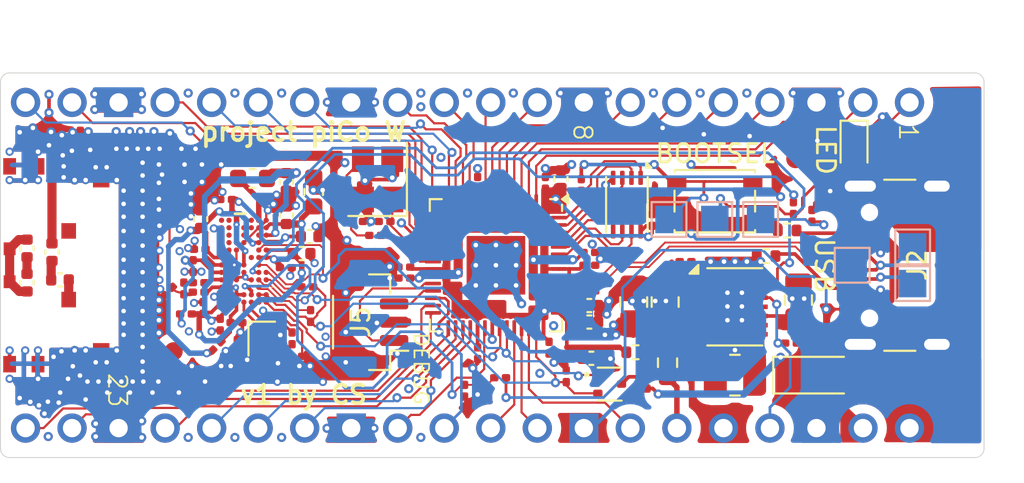
<source format=kicad_pcb>
(kicad_pcb (version 20240108) (generator "pcbnew") (generator_version "8.0")
  (title_block (title "project piCo W") (date "2024-06-24") (rev "1") (company "Carlos Sabogal"))
  (layers (0 "F.Cu" signal) (1 "In1.Cu" signal) (2 "In2.Cu" signal) (31 "B.Cu" signal) (34 "B.Paste" user) (35 "F.Paste" user) (36 "B.SilkS" user "B.Silkscreen") (37 "F.SilkS" user "F.Silkscreen") (38 "B.Mask" user) (39 "F.Mask" user) (44 "Edge.Cuts" user))
  (net 0 "")
  (net 1 "GND")
  (net 2 "VBUS")
  (net 3 "Net-(J2-CC1)")
  (net 6 "USB_DM")
  (net 7 "Net-(J2-CC2)")
  (net 8 "USB_DP")
  (net 9 "WL_GPIO2")
  (net 10 "GPIO11")
  (net 11 "GPIO8")
  (net 12 "GPIO9")
  (net 14 "GPIO4")
  (net 15 "GPIO7")
  (net 16 "VS")
  (net 17 "+3V3")
  (net 18 "Net-(U1-VINA)")
  (net 19 "/3V3_EN")
  (net 20 "WL_GPIO1")
  (net 21 "GPIO15")
  (net 22 "GPIO6")
  (net 23 "GPIO5")
  (net 24 "GPIO10")
  (net 25 "GPIO0")
  (net 26 "GPIO12")
  (net 27 "GPIO2")
  (net 28 "GPIO13")
  (net 29 "GPIO1")
  (net 30 "GPIO14")
  (net 31 "GPIO3")
  (net 32 "GPIO27_ADC1")
  (net 33 "GPIO18")
  (net 34 "GPIO16")
  (net 35 "GPIO22")
  (net 36 "GPIO28_ADC2")
  (net 37 "GPIO17")
  (net 38 "ADC_VREF")
  (net 39 "GPIO19")
  (net 40 "GPIO26_ADC0")
  (net 41 "GPIO20")
  (net 42 "GPIO21")
  (net 43 "RUN")
  (net 44 "Net-(U1-FB)")
  (net 45 "/LX2")
  (net 46 "/LX1")
  (net 47 "Net-(D2-A)")
  (net 48 "WL_GPIO0")
  (net 50 "XIN")
  (net 51 "XOUT")
  (net 52 "Net-(C17-Pad1)")
  (net 53 "VIN_LDO")
  (net 58 "VDDBAT")
  (net 59 "VOUT_3P3")
  (net 60 "WL_CLK")
  (net 61 "Net-(Q1-D)")
  (net 62 "WL_CS")
  (net 63 "Net-(SW1-A)")
  (net 64 "VOUT_LN")
  (net 69 "VOUT_CORE")
  (net 76 "+1V1")
  (net 77 "/RP2040+RF IC/ADC_AVDD")
  (net 78 "Net-(U3-USB_DP)")
  (net 79 "Net-(U3-USB_DM)")
  (net 80 "QSPI_SS")
  (net 81 "QSPI_SCLK")
  (net 82 "QSPI_SD2")
  (net 83 "QSPI_SD3")
  (net 84 "QSPI_SD0")
  (net 85 "QSPI_SD1")
  (net 86 "SWCLK")
  (net 87 "SWDIO")
  (net 88 "WL_D")
  (net 89 "WL_ON")
  (net 90 "Net-(U4-SDIO_DATA_0)")
  (net 91 "Net-(U4-SDIO_DATA_1)")
  (net 92 "SR_VLX")
  (net 93 "BT_PAVDD")
  (net 94 "Net-(U4-WLRF_2G_RF)")
  (net 95 "Net-(U4-WLRF_2G_eLG)")
  (net 96 "XTAL_VDD")
  (net 97 "Net-(U4-WLRF_XTAL_XOP)")
  (net 98 "Net-(C258-Pad1)")
  (net 99 "Net-(U4-WLRF_XTAL_XON)")
  (net 100 "Net-(C260-Pad2)")
  (net 101 "Net-(C261-Pad1)")
  (net 102 "Net-(C262-Pad2)")
  (net 103 "Net-(R86-Pad2)")
  (net 104 "Net-(C247-Pad2)")
  (net 105 "Net-(C250-Pad2)")
  (net 106 "Net-(AE1-TL-Pad2)")
  (net 109 "RF")
  (footprint "Capacitor_SMD:C_0201_0603Metric" (layer "F.Cu") (at 136.95 107.74 -90)
    (property "Reference" "C242" (hide yes))
    (property "Value" "1u")
  )
  (footprint "Capacitor_SMD:C_0201_0603Metric" (layer "F.Cu") (at 157.1 103.8)
    (property "Reference" "C11" (hide yes))
    (property "Value" "100n")
  )
  (footprint "Capacitor_SMD:C_0201_0603Metric" (layer "F.Cu") (at 129.31 97.48 90)
    (property "Reference" "C272" (hide yes))
    (property "Value" "NF")
  )
  (footprint "Capacitor_SMD:C_0201_0603Metric" (layer "F.Cu") (at 154.7 100 90)
    (property "Reference" "C4" (hide yes))
    (property "Value" "100n")
  )
  (footprint "Pico WH:AANI-NI-0012" (layer "F.Cu") (at 127.7 104.5 90)
    (property "Reference" "AE1" (hide yes))
    (property "Value" "AANI-NI-0012 (R)")
  )
  (footprint "Capacitor_SMD:C_0201_0603Metric" (layer "F.Cu") (at 147 104.6 180)
    (property "Reference" "C8" (hide yes))
    (property "Value" "100n")
  )
  (footprint "Connector_JST:JST_SH_BM03B-SRSS-TB_1x03-1MP_P1.00mm_Vertical" (layer "F.Cu") (at 145.1164 107.6084 90)
    (property "Reference" "J5")
    (property "Value" "BM03B-SRSS-TB")
  )
  (footprint "Resistor_SMD:R_0201_0603Metric" (layer "F.Cu") (at 169.25 101.8 90)
    (property "Reference" "R8" (hide yes))
    (property "Value" "100k")
  )
  (footprint "Resistor_SMD:R_0201_0603Metric" (layer "F.Cu") (at 152.23 110.64 180)
    (property "Reference" "R10" (hide yes))
    (property "Value" "10k")
  )
  (footprint "Capacitor_SMD:C_0201_0603Metric" (layer "F.Cu") (at 147 105.2 180)
    (property "Reference" "C9" (hide yes))
    (property "Value" "100n")
  )
  (footprint "Capacitor_SMD:C_0201_0603Metric" (layer "F.Cu") (at 135.77 105.9688)
    (property "Reference" "C249" (hide yes))
    (property "Value" "10p")
  )
  (footprint "Capacitor_SMD:C_0402_1005Metric" (layer "F.Cu") (at 140.56 99.95 -90)
    (property "Reference" "C241" (hide yes))
    (property "Value" "4.7u")
  )
  (footprint "Resistor_SMD:R_0201_0603Metric" (layer "F.Cu") (at 156.66 100.12 -90)
    (property "Reference" "R11" (hide yes))
    (property "Value" "1k")
  )
  (footprint "Pico WH:CON_PICO_1-20" (layer "F.Cu") (at 150.449848 95.61 -90)
    (property "Reference" "J3" (hide yes))
    (property "Value" "~")
  )
  (footprint "Fiducial:Fiducial_1mm_Mask2mm" (layer "F.Cu") (at 168.35 98.7)
    (property "Reference" "FID1" (hide yes))
    (property "Value" "Fiducial")
  )
  (footprint "Capacitor_SMD:C_0402_1005Metric" (layer "F.Cu") (at 157.21 109.58)
    (property "Reference" "C13" (hide yes))
    (property "Value" "2.2u")
  )
  (footprint "Resistor_SMD:R_0201_0603Metric" (layer "F.Cu") (at 168.11 108.75 180)
    (property "Reference" "R2" (hide yes))
    (property "Value" "100k")
  )
  (footprint "Resistor_SMD:R_0201_0603Metric" (layer "F.Cu") (at 157.1 105.9 180)
    (property "Reference" "R13" (hide yes))
    (property "Value" "27R")
  )
  (footprint "Capacitor_SMD:C_0201_0603Metric" (layer "F.Cu") (at 137.27 100.91 180)
    (property "Reference" "C255" (hide yes))
    (property "Value" "100n")
  )
  (footprint "Capacitor_SMD:C_0201_0603Metric" (layer "F.Cu") (at 140.53 104.63)
    (property "Reference" "C256" (hide yes))
    (property "Value" "100n")
  )
  (footprint "Crystal:Crystal_SMD_SeikoEpson_FA238-4Pin_3.2x2.5mm" (layer "F.Cu") (at 145.54 99.81 90)
    (property "Reference" "Y1" (hide yes))
    (property "Value" "ECS-120-8-33-JGN-TR")
  )
  (footprint "Resistor_SMD:R_0201_0603Metric" (layer "F.Cu") (at 141.7 105.68)
    (property "Reference" "R88" (hide yes))
    (property "Value" "10k")
  )
  (footprint "Resistor_SMD:R_0402_1005Metric" (layer "F.Cu") (at 167.9 102.6 180)
    (property "Reference" "R16" (hide yes))
    (property "Value" "5k1")
  )
  (footprint "Capacitor_SMD:C_0201_0603Metric" (layer "F.Cu") (at 157.1 104.5)
    (property "Reference" "C10" (hide yes))
    (property "Value" "100n")
  )
  (footprint "Capacitor_SMD:C_0201_0603Metric" (layer "F.Cu") (at 135.47 104.5464 -90)
    (property "Reference" "C245" (hide yes))
    (property "Value" "1u")
  )
  (footprint "Capacitor_SMD:C_0201_0603Metric" (layer "F.Cu") (at 154.9 109 -90)
    (property "Reference" "C7" (hide yes))
    (property "Value" "100n")
  )
  (footprint "Capacitor_SMD:C_0402_1005Metric" (layer "F.Cu") (at 127.762 103.7844 90)
    (property "Reference" "C262" (hide yes))
    (property "Value" "0.3p")
  )
  (footprint "Capacitor_SMD:C_0402_1005Metric" (layer "F.Cu") (at 126.4 105.4494 90)
    (property "Reference" "C260" (hide yes))
    (property "Value" "0.2p")
  )
  (footprint "Resistor_SMD:R_0201_0603Metric" (layer "F.Cu") (at 162.39 105.47 90)
    (property "Reference" "R20" (hide yes))
    (property "Value" "100k")
  )
  (footprint "Capacitor_SMD:C_0201_0603Metric" (layer "F.Cu") (at 134.96 105.7656 90)
    (property "Reference" "C250" (hide yes))
    (property "Value" "10p")
  )
  (footprint "Resistor_SMD:R_0402_1005Metric" (layer "F.Cu") (at 166.75 104 180)
    (property "Reference" "R15" (hide yes))
    (property "Value" "5k1")
  )
  (footprint "Capacitor_SMD:C_0805_2012Metric" (layer "F.Cu") (at 161.24 106.51 90)
    (property "Reference" "C2" (hide yes))
    (property "Value" "47u")
  )
  (footprint "Capacitor_SMD:C_0201_0603Metric" (layer "F.Cu") (at 151 109.3 -90)
    (property "Reference" "C6" (hide yes))
    (property "Value" "100n")
  )
  (footprint "Capacitor_SMD:C_0402_1005Metric" (layer "F.Cu") (at 141.39 103.86)
    (property "Reference" "C243" (hide yes))
    (property "Value" "4.7u")
  )
  (footprint "Inductor_SMD:L_0603_1608Metric" (layer "F.Cu") (at 142.05 100.5 -90)
    (property "Reference" "FB8" (hide yes))
    (property "Value" "600Ω@100 MHz")
  )
  (footprint "Resistor_SMD:R_0201_0603Metric" (layer "F.Cu") (at 130.51 97.66)
    (property "Reference" "R86" (hide yes))
    (property "Value" "0R")
  )
  (footprint "Connector_USB:USB_C_Receptacle_GCT_USB4105-xx-A_16P_TopMnt_Horizontal" (layer "F.Cu") (at 175 104.5 90)
    (property "Reference" "J2")
    (property "Value" "USB_C_Receptacle_USB2.0_16P")
  )
  (footprint "Inductor_SMD:L_0201_0603Metric" (layer "F.Cu") (at 135.77 105.45)
    (property "Reference" "L9" (hide yes))
    (property "Value" "4.7n")
  )
  (footprint "Package_TO_SOT_SMD:SOT-523" (layer "F.Cu") (at 158.21 110.99)
    (property "Reference" "Q1" (hide yes))
    (property "Value" "DMG1012T-7")
  )
  (footprint "Capacitor_SMD:C_0402_1005Metric" (layer "F.Cu") (at 157.1 106.7)
    (property "Reference" "C12" (hide yes))
    (property "Value" "2.2u")
  )
  (footprint "Capacitor_SMD:C_0201_0603Metric" (layer "F.Cu") (at 134.11 105.93 45)
    (property "Reference" "C247" (hide yes))
    (property "Value" "NF")
  )
  (footprint "Resistor_SMD:R_0201_0603Metric" (layer "F.Cu") (at 141.88 107.27 -90)
    (property "Reference" "R87" (hide yes))
    (property "Value" "470R")
  )
  (footprint "Resistor_SMD:R_0201_0603Metric" (layer "F.Cu") (at 155.84 110.56 90)
    (property "Reference" "R6" (hide yes))
    (property "Value" "10k")
  )
  (footprint "Inductor_SMD:L_0201_0603Metric" (layer "F.Cu") (at 136.763648 108.905152 45)
    (property "Reference" "FB9" (hide yes))
    (property "Value" "600Ω@100 MHz")
  )
  (footprint "Inductor_SMD:L_0603_1608Metric" (layer "F.Cu") (at 138.71 99.76)
    (property "Reference" "L8" (hide yes))
    (property "Value" "2.2u")
  )
  (footprint "Oscillator:Oscillator_SMD_Abracon_ASCO-4Pin_1.6x1.2mm" (layer "F.Cu") (at 139.29 108.58)
    (property "Reference" "Y2" (hide yes))
    (property "Value" "8Q-37.400MEEE-T")
  )
  (footprint "Package_DFN_QFN:TDFN-8-1EP_3x2mm_P0.5mm_EP1.3x1.4mm" (layer "F.Cu") (at 159.15 101.19 -90)
    (property "Reference" "U2" (hide yes))
    (property "Value" "W25Q16JVUXIQ_TR")
  )
  (footprint "Inductor_SMD:L_1008_2520Metric" (layer "F.Cu") (at 165.05 110.5 180)
    (property "Reference" "L1" (hide yes))
    (property "Value" "SRN2512-1R0M")
  )
  (footprint "Resistor_SMD:R_0402_1005Metric" (layer "F.Cu") (at 159.63 109.25 180)
    (property "Reference" "R9" (hide yes))
    (property "Value" "1R")
  )
  (footprint "Pico WH:FILS3_MUR_LFB21XXCG2Q" (layer "F.Cu") (at 134.4 101.17 -90)
    (property "Reference" "Y3" (hide yes))
    (property "Value" "LFB212G45CG7D227")
  )
  (footprint "Capacitor_SMD:C_0805_2012Metric" (layer "F.Cu") (at 168.52 106.4 90)
    (property "Reference" "C1" (hide yes))
    (property "Value" "47u")
  )
  (footprint "Capacitor_SMD:C_0201_0603Metric" (layer "F.Cu") (at 137.88 108.9 90)
    (property "Reference" "C257" (hide yes))
    (property "Value" "18p")
  )
  (footprint "Pico WH:CON_PICO_21-40" (layer "F.Cu") (at 150.449848 113.39 -90)
    (property "Reference" "J4" (hide yes))
    (property "Value" "~")
  )
  (footprint "Capacitor_SMD:C_0201_0603Metric" (layer "F.Cu") (at 135.83 103.63 180)
    (property "Reference" "C252" (hide yes))
    (property "Value" "1u")
  )
  (footprint "Resistor_SMD:R_0201_0603Metric" (layer "F.Cu") (at 162.39 106.575 90)
    (property "Reference" "R21" (hide yes))
    (property "Value" "560k")
  )
  (footprint "Button_Switch_SMD:SW_SPST_PTS810" (layer "F.Cu") (at 163.95 101)
    (property "Reference" "SW1" (hide yes))
    (property "Value" "PTS810 SJK 250 SMTR LFS")
  )
  (footprint "Capacitor_SMD:C_0402_1005Metric" (layer "F.Cu") (at 140.56 101.77 90)
    (property "Reference" "C240" (hide yes))
    (property "Value" "4.7u")
  )
  (footprint "Resistor_SMD:R_0603_1608Metric" (layer "F.Cu") (at 161.37 109.82 -90)
    (property "Reference" "R7" (hide yes))
    (property "Value" "200R")
  )
  (footprint "Resistor_SMD:R_0201_0603Metric" (layer "F.Cu") (at 145.41 102.87 180)
    (property "Reference" "R14" (hide yes))
    (property "Value" "1k")
  )
  (footprint "Package_DFN_QFN:DFN-14-1EP_3x4mm_P0.5mm_EP1.7x3.3mm" (layer "F.Cu") (at 165.04 106.77)
    (property "Reference" "U1" (hide yes))
    (property "Value" "RT6154AGQW")
  )
  (footprint "Capacitor_SMD:C_0402_1005Metric" (layer "F.Cu") (at 126.4 103.5812 90)
    (property "Reference" "C271" (hide yes))
    (property "Value" "0.2p")
  )
  (footprint "Resistor_SMD:R_0201_0603Metric" (layer "F.Cu") (at 157.1 105.2 180)
    (property "Reference" "R12" (hide yes))
    (property "Value" "27R")
  )
  (footprint "Capacitor_SMD:C_0201_0603Metric" (layer "F.Cu") (at 145.92 102.11 180)
    (property "Reference" "C16" (hide yes))
    (property "Value" "15p")
  )
  (footprint "Capacitor_SMD:C_0402_1005Metric" (layer "F.Cu") (at 157.1 107.6)
    (property "Reference" "C14" (hide yes))
    (property "Value" "2.2u")
  )
  (footprint "Resistor_SMD:R_0201_0603Metric" (layer "F.Cu") (at 168.24 101.38 -90)
    (property "Reference" "R3" (hide yes))
    (property "Value" "470R")
  )
  (footprint "Resistor_SMD:R_0201_0603Metric" (layer "F.Cu") (at 160.25 110.91 90)
    (property "Reference" "R5" (hide yes))
    (property "Value" "20k")
  )
  (footprint "Pico WH:BGA-63" (layer "F.Cu") (at 138.24 104.28)
    (property "Reference" "U4" (hide yes))
    (property "Value" "CYW43438KUBGT")
  )
  (footprint "Capacitor_SMD:C_0201_0603Metric" (layer "F.Cu") (at 137.8356 107.63)
    (property "Reference" "C251" (hide yes))
    (property "Value" "100n")
  )
  (footprint "Resistor_SMD:R_0201_0603Metric" (layer "F.Cu") (at 140.87 108.49 90)
    (property "Reference" "R81" (hide yes))
    (property "Value" "220R")
  )
  (footprint "Capacitor_SMD:C_0402_1005Metric" (layer "F.Cu") (at 128.2 105.3)
    (property "Reference" "C261" (hide yes))
    (property "Value" "0.36p")
  )
  (footprint "Capacitor_SMD:C_0402_1005Metric" (layer "F.Cu") (at 155.55 99.8 90)
    (property "Reference" "C18" (hide yes))
    (property "Value" "2.2u")
  )
  (footprint "Pico WH:RF_SHIELD_PICOW" (layer "F.Cu") (at 138.15 104.5 -90)
    (property "Reference" "J1" (hide yes))
    (property "Value" "SHJJ-031306" (hide yes))
  )
  (footprint "Capacitor_SMD:C_0402_1005Metric" (layer "F.Cu") (at 135.88 101.98 90)
    (property "Reference" "C246" (hide yes))
    (property "Value" "2.2u")
  )
  (footprint "Capacitor_SMD:C_0201_0603Metric" (layer "F.Cu") (at 162.35 104.3 180)
    (property "Reference" "C20" (hide yes))
    (property "Value" "100n")
  )
  (footprint "Capacitor_SMD:C_0805_2012Metric" (layer "F.Cu") (at 159.52 106.51 90)
    (property "Reference" "C21" (hide yes))
    (property "Value" "47u")
  )
  (footprint "Capacitor_SMD:C_0402_1005Metric" (layer "F.Cu") (at 141.83 102.93)
    (property "Reference" "C248" (hide yes))
    (property "Value" "2.2u")
  )
  (footprint "Resistor_SMD:R_0201_0603Metric" (layer "F.Cu") (at 150.29 111.35 -90)
    (property "Reference" "R1" (hide yes))
    (property "Value" "10k")
  )
  (footprint "Package_DFN_QFN:QFN-56-1EP_7x7mm_P0.4mm_EP3.2x3.2mm" (layer "F.Cu") (at 152 104.5 -90)
    (property "Reference" "U3" (hide yes))
    (property "Value" "RP2040")
  )
  (footprint "Capacitor_SMD:C_0201_0603Metric" (layer "F.Cu") (at 160.53 102.03 90)
    (property "Reference" "C15" (hide yes))
    (property "Value" "100n")
  )
  (footprint "Capacitor_SMD:C_0201_0603Metric" (layer "F.Cu") (at 141.1 109.47)
    (property "Reference" "C258" (hide yes))
    (property "Value" "18p")
  )
  (footprint "Fiducial:Fiducial_1mm_Mask2mm" (layer "F.Cu") (at 134.4 109.2)
    (property "Reference" "FID2" (hide yes))
    (property "Value" "Fiducial")
  )
  (footprint "Diode_SMD:D_SOD-123F" (layer "F.Cu") (at 169.35 110.5)
    (property "Reference" "D1" (hide yes))
    (property "Value" "MBR120VLSFT1G")
  )
  (footprint "Capacitor_SMD:C_0201_0603Metric" (layer "F.Cu") (at 144.42 102.11)
    (property "Reference" "C17" (hide yes))
    (property "Value" "15p")
  )
  (footprint "Capacitor_SMD:C_0201_0603Metric" (layer "F.Cu") (at 136.01 106.8324 90)
    (property "Reference" "C244" (hide yes))
    (property "Value" "1u")
  )
  (footprint "Resistor_SMD:R_0201_0603Metric" (layer "F.Cu") (at 135.08 107.16 180)
    (property "Reference" "R80" (hide yes))
    (property "Value" "22R")
  )
  (footprint "Capacitor_SMD:C_0201_0603Metric" (layer "F.Cu") (at 151 100 90)
    (property "Reference" "C5" (hide yes))
    (property "Value" "100n")
  )
  (footprint "LED_SMD:LED_0603_1608Metric" (layer "F.Cu") (at 171.5516 98.0948 -90)
    (property "Reference" "D2" (hide yes))
    (property "Value" "LTST-C191KGKT")
  )
  (footprint "TestPoint:TestPoint_Pad_1.5x1.5mm" (layer "B.Cu") (at 163.95 102 180)
    (property "Reference" "TP5" (hide yes))
    (property "Value" "TestPoint")
  )
  (footprint "TestPoint:TestPoint_Pad_1.5x1.5mm" (layer "B.Cu") (at 161.45 102 180)
    (property "Reference" "TP6" (hide yes))
    (property "Value" "TestPoint")
  )
  (footprint "TestPoint:TestPoint_Pad_1.5x1.5mm" (layer "B.Cu") (at 166.45 102 180)
    (property "Reference" "TP4" (hide yes))
    (property "Value" "TestPoint")
  )
  (footprint "TestPoint:TestPoint_Pad_1.5x1.5mm" (layer "B.Cu") (at 174.75 105.5 180)
    (property "Reference" "TP2" (hide yes))
    (property "Value" "TestPoint")
  )
  (footprint "TestPoint:TestPoint_Pad_1.5x1.5mm" (layer "B.Cu") (at 174.75 103.5 180)
    (property "Reference" "TP3" (hide yes))
    (property "Value" "TestPoint")
  )
  (footprint "TestPoint:TestPoint_Pad_1.5x1.5mm" (layer "B.Cu") (at 171.45 104.5 180)
    (property "Reference" "TP1" (hide yes))
    (property "Value" "TestPoint")
  )
  (gr_arc (start 178.149897 94) (mid 178.503452 94.146487) (end 178.649798 94.5001) (stroke (width 0.05)) (layer "Edge.Cuts"))
  (gr_line (start 178.149896 115) (end 125.45 115) (stroke (width 0.05)) (layer "Edge.Cuts"))
  (gr_line (start 124.949897 114.5001) (end 124.949897 94.5001) (stroke (width 0.05)) (layer "Edge.Cuts"))
  (gr_arc (start 125.45 115) (mid 125.096387 114.853653) (end 124.949897 114.5001) (stroke (width 0.05)) (layer "Edge.Cuts"))
  (gr_arc (start 178.649798 114.500099) (mid 178.503351 114.853553) (end 178.149896 115) (stroke (width 0.05)) (layer "Edge.Cuts"))
  (gr_arc (start 124.949897 94.5001) (mid 125.096344 94.146445) (end 125.45 94) (stroke (width 0.05)) (layer "Edge.Cuts"))
  (gr_line (start 178.149897 94) (end 125.45 94) (stroke (width 0.05)) (layer "Edge.Cuts"))
  (gr_line (start 178.649798 94.5001) (end 178.649798 114.500099) (stroke (width 0.05)) (layer "Edge.Cuts"))
  (gr_text "v1 by CS" (at 137.95 112.15 0) (layer "F.SilkS") (effects (font (size 1 1) (thickness 0.2) (bold yes)) (justify left bottom)))
  (gr_text "project piCo W" (at 135.8 97.8 0) (layer "F.SilkS") (effects (font (size 1 1) (thickness 0.2) (bold yes)) (justify left bottom)))
  (gr_text "BOOTSEL" (at 160.613676 98.985511 0) (layer "F.SilkS") (effects (font (size 1 1)) (justify left bottom)))
  (gr_text "DEBUG" (at 147.45 108.1 270) (layer "F.SilkS") (effects (font (size 0.8 0.8) (thickness 0.1)) (justify left bottom)))
  (gr_text "LED" (at 169.418 96.75 270) (layer "F.SilkS") (effects (font (size 1 1)) (justify left bottom)))
  (gr_text "USB" (at 169.341542 102.924136 270) (layer "F.SilkS") (effects (font (size 1 1)) (justify left bottom)))
  (segment (start 163.59 105.77) (end 164.165 105.77) (width 0.2) (layer "F.Cu") (net 1))
  (segment (start 162.39 105.15) (end 162.39 104.9098) (width 0.15) (layer "F.Cu") (net 1))
  (segment (start 162.9 105.45) (end 162.9 105.65) (width 0.15) (layer "F.Cu") (net 1))
  (segment (start 125.45 109.15) (end 125.45 109.9) (width 0.2) (layer "F.Cu") (net 1))
  (segment (start 154.7 99.22) (end 155.45 99.22) (width 0.2) (layer "F.Cu") (net 1))
  (segment (start 162.6 105.15) (end 162.39 105.15) (width 0.15) (layer "F.Cu") (net 1))
  (segment (start 137.8336 106.1088) (end 137.8336 105.7536) (width 0.2) (layer "F.Cu") (net 1))
  (segment (start 172.1927 97.3073) (end 173.1 96.4) (width 0.2) (layer "F.Cu") (net 1))
  (segment (start 156.13 99) (end 155.87 99) (width 0.2) (layer "F.Cu") (net 1))
  (segment (start 137.8336 106.1088) (end 138.24 106.1088) (width 0.2) (layer "F.Cu") (net 1))
  (segment (start 162.9 105.65) (end 163.02 105.77) (width 0.15) (layer "F.Cu") (net 1))
  (segment (start 155.04 109.32) (end 155.194 109.474) (width 0.2) (layer "F.Cu") (net 1))
  (segment (start 141.87 104.15) (end 142.1 104.38) (width 0.2) (layer "F.Cu") (net 1))
  (segment (start 137.717802 104.4832) (end 137.4272 104.4832) (width 0.2) (layer "F.Cu") (net 1))
  (segment (start 139.0528 102.4512) (end 139.08797 102.4512) (width 0.12) (layer "F.Cu") (net 1))
  (segment (start 140.85 105) (end 140.77 105.08) (width 0.2) (layer "F.Cu") (net 1))
  (segment (start 137.88 108.33) (end 138.05 108.16) (width 0.2) (layer "F.Cu") (net 1))
  (segment (start 171.32 108.245) (end 171.895 108.82) (width 0.2) (layer "F.Cu") (net 1))
  (segment (start 137.973351 105.156249) (end 137.8336 105.296) (width 0.15) (layer "F.Cu") (net 1))
  (segment (start 146.34 99.61) (end 146.34 98.71) (width 0.2) (layer "F.Cu") (net 1))
  (segment (start 137.4272 104.8896) (end 137.8336 104.8896) (width 0.2) (layer "F.Cu") (net 1))
  (segment (start 139.69 108.03) (end 139.95 108.03) (width 0.4) (layer "F.Cu") (net 1))
  (segment (start 133.6 101.2484) (end 133.6 101.46) (width 0.2) (layer "F.Cu") (net 1))
  (segment (start 150.7336 110.1164) (end 151 109.85) (width 0.2) (layer "F.Cu") (net 1))
  (segment (start 140.85 104.63) (end 140.85 105) (width 0.2) (layer "F.Cu") (net 1))
  (segment (start 139.4592 102.0448) (end 139.4592 101.5908) (width 0.12) (layer "F.Cu") (net 1))
  (segment (start 154.7 99.22) (end 154.7 99.68) (width 0.2) (layer "F.Cu") (net 1))
  (segment (start 139.95 108.03) (end 140.23 108.31) (width 0.4) (layer "F.Cu") (net 1))
  (segment (start 144.74 99.9382) (end 144.8562 99.822) (width 0.2) (layer "F.Cu") (net 1))
  (segment (start 146.3398 107.62) (end 145.5164 107.62) (width 0.2) (layer "F.Cu") (net 1))
  (segment (start 137.8336 105.296) (end 137.8336 104.8896) (width 0.15) (layer "F.Cu") (net 1))
  (segment (start 137.88 108.58) (end 137.88 108.33) (width 0.2) (layer "F.Cu") (net 1))
  (segment (start 146.840531 102.187331) (end 148.1532 103.5) (width 0.15) (layer "F.Cu") (net 1))
  (segment (start 129.31 97.16) (end 128.97 97.16) (width 0.2) (layer "F.Cu") (net 1))
  (segment (start 165.049898 106.654898) (end 165.049898 109.13) (width 0.2) (layer "F.Cu") (net 1))
  (segment (start 144.8562 99.822) (end 146.128 99.822) (width 0.2) (layer "F.Cu") (net 1))
  (segment (start 136.6388 102.4512) (end 136.6 102.49) (width 0.2) (layer "F.Cu") (net 1))
  (segment (start 135.5676 106.5124) (end 135.52 106.56) (width 0.2) (layer "F.Cu") (net 1))
  (segment (start 168.83 105.76) (end 168.52 105.45) (width 0.5) (layer "F.Cu") (net 1))
  (segment (start 137.4272 105.7024) (end 137.4272 105.296) (width 0.2) (layer "F.Cu") (net 1))
  (segment (start 153.1 106.3) (end 153.1 105.6) (width 0.2) (layer "F.Cu") (net 1))
  (segment (start 135.4536 104.85) (end 135.47 104.8664) (width 0.2) (layer "F.Cu") (net 1))
  (segment (start 171.32 107.7) (end 171.32 108.245) (width 0.2) (layer "F.Cu") (net 1))
  (segment (start 136.54 108.06) (end 136.48 108.12) (width 0.2) (layer "F.Cu") (net 1))
  (segment (start 155.87 99) (end 155.55 99.32) (width 0.2) (layer "F.Cu") (net 1))
  (segment (start 157.994472 100.133028) (end 158.4 99.7275) (width 0.2) (layer "F.Cu") (net 1))
  (segment (start 138.322349 105.156249) (end 138.215 105.0489) (width 0.15) (layer "F.Cu") (net 1))
  (segment (start 138.24 103.264) (end 139.0528 102.4512) (width 0.12) (layer "F.Cu") (net 1))
  (segment (start 137.4272 105.7024) (end 137.7824 105.7024) (width 0.2) (layer "F.Cu") (net 1))
  (segment (start 138.322349 105.156249) (end 137.973351 105.156249) (width 0.15) (layer "F.Cu") (net 1))
  (segment (start 148.1532 103.5) (end 148.5625 103.5) (width 0.15) (layer "F.Cu") (net 1))
  (segment (start 138.322349 105.156249) (end 138.4411 105.275) (width 0.15) (layer "F.Cu") (net 1))
  (segment (start 135.4864 104.85) (end 135.47 104.8664) (width 0.2) (layer "F.Cu") (net 1))
  (segment (start 127.6 96.17) (end 127.6 95.17) (width 0.2) (layer "F.Cu") (net 1))
  (segment (start 171.5516 97.3073) (end 172.1927 97.3073) (width 0.2) (layer "F.Cu") (net 1))
  (segment (start 168.18 106.32) (end 168.18 105.79) (width 0.5) (layer "F.Cu") (net 1))
  (segment (start 129.31 97.16) (end 129.6974 97.16) (width 0.2) (layer "F.Cu") (net 1))
  (segment (start 168.18 105.79) (end 168.52 105.45) (width 0.5) (layer "F.Cu") (net 1))
  (segment (start 139.4592 102.07997) (end 139.4592 102.0448) (width 0.12) (layer "F.Cu") (net 1))
  (segment (start 137.8336 105.7536) (end 137.8 105.72) (width 0.2) (layer "F.Cu") (net 1))
  (segment (start 144.74 100.91) (end 144.74 99.9382) (width 0.2) (layer "F.Cu") (net 1))
  (segment (start 138.4411 105.275) (end 138.6464 105.275) (width 0.15) (layer "F.Cu") (net 1))
  (segment (start 135.55 103.59) (end 135.51 103.63) (width 0.2) (layer "F.Cu") (net 1))
  (segment (start 151 109.85) (end 151 109.62) (width 0.2) (layer "F.Cu") (net 1))
  (segment (start 162.39 104.9098) (end 162.03 104.5498) (width 0.15) (layer "F.Cu") (net 1))
  (segment (start 153.4 106.6) (end 153.1 106.3) (width 0.2) (layer "F.Cu") (net 1))
  (segment (start 141.092576 107.771486) (end 141.42 108.09891) (width 0.12) (layer "F.Cu") (net 1))
  (segment (start 137.7824 105.7024) (end 137.8 105.72) (width 0.2) (layer "F.Cu") (net 1))
  (segment (start 141.87 103.86) (end 141.87 104.15) (width 0.2) (layer "F.Cu") (net 1))
  (segment (start 163.02 105.77) (end 163.59 105.77) (width 0.15) (layer "F.Cu") (net 1))
  (segment (start 146.84053 102.187331) (end 146.840531 102.187331) (width 0.15) (layer "F.Cu") (net 1))
  (segment (start 135.55 103.16) (end 135.55 103.59) (width 0.2) (layer "F.Cu") (net 1))
  (segment (start 133.6784 101.17) (end 133.6 101.2484) (width 0.2) (layer "F.Cu") (net 1))
  (segment (start 139.29 106.98) (end 139.29 106.99) (width 0.12) (layer "F.Cu") (net 1))
  (segment (start 162.03 104.5498) (end 162.03 104.3) (width 0.15) (layer "F.Cu") (net 1))
  (segment (start 144.74 102.11) (end 145.6 102.11) (width 0.2) (layer "F.Cu") (net 1))
  (segment (start 138.215 105.0489) (end 138.215 104.8896) (width 0.15) (layer "F.Cu") (net 1))
  (segment (start 129.6974 97.16) (end 129.7432 97.2058) (width 0.2) (layer "F.Cu") (net 1))
  (segment (start 135 104.85) (end 135.4536 104.85) (width 0.2) (layer "F.Cu") (net 1))
  (segment (start 139.08797 102.4512) (end 139.4592 102.07997) (width 0.12) (layer "F.Cu") (net 1))
  (segment (start 139.5 107.2) (end 140.24 107.2) (width 0.12) (layer "F.Cu") (net 1))
  (segment (start 162.9 105.45) (end 162.6 105.15) (width 0.15) (layer "F.Cu") (net 1))
  (segment (start 137.0208 102.4512) (end 136.6388 102.4512) (width 0.2) (layer "F.Cu") (net 1))
  (segment (start 157.983133 100.133028) (end 157.994472 100.133028) (width 0.2) (layer "F.Cu") (net 1))
  (segment (start 145.5164 107.62) (end 145.4912 107.6452) (width 0.2) (layer "F.Cu") (net 1))
  (segment (start 134.4 101.17) (end 135.34 101.17) (width 0.2) (layer "F.Cu") (net 1))
  (segment (start 154.9 109.32) (end 155.04 109.32) (width 0.2) (layer "F.Cu") (net 1))
  (segment (start 128.97 97.16) (end 128.89 97.24) (width 0.2) (layer "F.Cu") (net 1))
  (segment (start 135.92 104.85) (end 135.4864 104.85) (width 0.2) (layer "F.Cu") (net 1))
  (segment (start 134.4 101.17) (end 133.6784 101.17) (width 0.2) (layer "F.Cu") (net 1))
  (segment (start 137.4272 106.1088) (end 136.7312 106.1088) (width 0.2) (layer "F.Cu") (net 1))
  (segment (start 146.128 99.822) (end 146.34 99.61) (width 0.2) (layer "F.Cu") (net 1))
  (segment (start 135.34 101.17) (end 135.35 101.18) (width 0.2) (layer "F.Cu") (net 1))
  (segment (start 140.24 107.2) (end 140.811486 107.771486) (width 0.12) (layer "F.Cu") (net 1))
  (segment (start 139.4592 101.5908) (end 139.55 101.5) (width 0.12) (layer "F.Cu") (net 1))
  (segment (start 137.8336 104.598998) (end 137.8336 104.8896) (width 0.2) (layer "F.Cu") (net 1))
  (segment (start 137.717802 104.4832) (end 137.8336 104.598998) (width 0.2) (layer "F.Cu") (net 1))
  (segment (start 155.45 99.22) (end 155.55 99.32) (width 0.2) (layer "F.Cu") (net 1))
  (segment (start 136.95 108.06) (end 136.54 108.06) (width 0.2) (layer "F.Cu") (net 1))
  (segment (start 168.83 106.32) (end 168.83 105.76) (width 0.5) (layer "F.Cu") (net 1))
  (segment (start 139.29 106.99) (end 139.5 107.2) (width 0.12) (layer "F.Cu") (net 1))
  (segment (start 140.811486 107.771486) (end 141.092576 107.771486) (width 0.12) (layer "F.Cu") (net 1))
  (segment (start 138.1556 107.63) (end 138.1556 108.0544) (width 0.2) (layer "F.Cu") (net 1))
  (segment (start 141.42 108.09891) (end 141.42 109.47) (width 0.12) (layer "F.Cu") (net 1))
  (segment (start 164.165 105.77) (end 165.049898 106.654898) (width 0.2) (layer "F.Cu") (net 1))
  (segment (start 137.717802 104.4832) (end 137.8336 104.367402) (width 0.12) (layer "F.Cu") (net 1))
  (segment (start 138.1556 108.0544) (end 138.05 108.16) (width 0.2) (layer "F.Cu") (net 1))
  (segment (start 136.01 106.5124) (end 135.5676 106.5124) (width 0.2) (layer "F.Cu") (net 1))
  (segment (start 136.7312 106.1088) (end 136.62 106.22) (width 0.2) (layer "F.Cu") (net 1))
  (segment (start 137.8336 104.367402) (end 137.8336 103.6704) (width 0.12) (layer "F.Cu") (net 1))
  (via (at 134.2 97.3) (size 0.5) (drill 0.25) (layers "F.Cu" "B.Cu") (net 1))
  (via (at 173.1 96.4) (size 0.5) (drill 0.25) (layers "F.Cu" "B.Cu") (net 1))
  (via (at 132.6 97.2) (size 0.5) (drill 0.25) (layers "F.Cu" "B.Cu") (net 1))
  (via (at 133.63 103) (size 0.45) (drill 0.25) (layers "F.Cu" "B.Cu") (net 1))
  (via (at 135 99) (size 0.45) (drill 0.25) (layers "F.Cu" "B.Cu") (net 1))
  (via (at 154.7 99.22) (size 0.5) (drill 0.25) (layers "F.Cu" "B.Cu") (net 1))
  (via (at 137.25 109.18) (size 0.45) (drill 0.25) (layers "F.Cu" "B.Cu") (net 1))
  (via (at 132.65 95.15) (size 0.5) (drill 0.25) (layers "F.Cu" "B.Cu") (net 1))
  (via (at 140.02 100.65) (size 0.45) (drill 0.25) (layers "F.Cu" "B.Cu") (net 1))
  (via (at 134.83 98.14) (size 0.5) (drill 0.25) (layers "F.Cu" "B.Cu") (net 1))
  (via (at 125.45 110.7) (size 0.45) (drill 0.25) (layers "F.Cu" "B.Cu") (net 1))
  (via (at 167.54 100.76) (size 0.5) (drill 0.25) (layers "F.Cu" "B.Cu") (net 1))
  (via (at 140.1 109.85) (size 0.45) (drill 0.25) (layers "F.Cu" "B.Cu") (net 1))
  (via (at 136.62 106.22) (size 0.45) (drill 0.25) (layers "F.Cu" "B.Cu") (net 1))
  (via (at 125.45 98.3) (size 0.45) (drill 0.25) (layers "F.Cu" "B.Cu") (net 1))
  (via (at 138.42 109.66) (size 0.45) (drill 0.25) (layers "F.Cu" "B.Cu") (net 1))
  (via (at 165.85 97.45) (size 0.5) (drill 0.25) (layers "F.Cu" "B.Cu") (net 1))
  (via (at 131.6736 100.43) (size 0.45) (drill 0.25) (layers "F.Cu" "B.Cu") (net 1))
  (via (at 153.1 105.6) (size 0.5) (drill 0.25) (layers "F.Cu" "B.Cu") (net 1))
  (via (at 133.6 107.5) (size 0.45) (drill 0.25) (layers "F.Cu" "B.Cu") (net 1))
  (via (at 165.05 104.3) (size 0.5) (drill 0.25) (layers "F.Cu" "B.Cu") (net 1))
  (via (at 135 99.95) (size 0.45) (drill 0.25) (layers "F.Cu" "B.Cu") (net 1))
  (via (at 125.45 99.85) (size 0.45) (drill 0.25) (layers "F.Cu" "B.Cu") (net 1))
  (via (at 129.6 109.15) (size 0.45) (drill 0.25) (layers "F.Cu" "B.Cu") (net 1))
  (via (at 142.16 102.37) (size 0.45) (drill 0.25) (layers "F.Cu" "B.Cu") (net 1))
  (via (at 165.43 107.5) (size 0.5) (drill 0.25) (layers "F.Cu" "B.Cu") (net 1))
  (via (at 133.25 111.45) (size 0.5) (drill 0.25) (layers "F.Cu" "B.Cu") (net 1))
  (via (at 131.6736 107) (size 0.45) (drill 0.25) (layers "F.Cu" "B.Cu") (net 1))
  (via (at 153.4 106.6) (size 0.5) (drill 0.25) (layers "F.Cu" "B.Cu") (net 1))
  (via (at 137 110) (size 0.45) (drill 0.25) (layers "F.Cu" "B.Cu") (net 1))
  (via (at 158.05 107.17) (size 0.5) (drill 0.25) (layers "F.Cu" "B.Cu") (net 1))
  (via (at 158.16 106.45) (size 0.5) (drill 0.25) (layers "F.Cu" "B.Cu") (net 1))
  (via (at 141.27 110) (size 0.45) (drill 0.25) (layers "F.Cu" "B.Cu") (net 1))
  (via (at 142.1 104.38) (size 0.45) (drill 0.25) (layers "F.Cu" "B.Cu") (net 1))
  (via (at 128.4 99.7) (size 0.5) (drill 0.25) (layers "F.Cu" "B.Cu") (net 1))
  (via (at 143.8 108.15) (size 0.5) (drill 0.25) (layers "F.Cu" "B.Cu") (net 1))
  (via (at 154.4 110.4) (size 0.5) (drill 0.25) (layers "F.Cu" "B.Cu") (net 1))
  (via (at 157.7 104.15) (size 0.5) (drill 0.25) (layers "F.Cu" "B.Cu") (net 1))
  (via (at 138.05 108.16) (size 0.45) (drill 0.25) (layers "F.Cu" "B.Cu") (net 1))
  (via (at 142.55 110.87) (size 0.45) (drill 0.25) (layers "F.Cu" "B.Cu") (net 1))
  (via (at 131.6736 102.63) (size 0.45) (drill 0.25) (layers "F.Cu" "B.Cu") (net 1))
  (via (at 130.1496 109.8) (size 0.45) (drill 0.25) (layers "F.Cu" "B.Cu") (net 1))
  (via (at 146.62 109.3216) (size 0.5) (drill 0.25) (layers "F.Cu" "B.Cu") (net 1))
  (via (at 135.92 104.85) (size 0.45) (drill 0.25) (layers "F.Cu" "B.Cu") (net 1))
  (via (at 128.9 110.015) (size 0.45) (drill 0.25) (layers "F.Cu" "B.Cu") (net 1))
  (via (at 130.1 96) (size 0.5) (drill 0.25) (layers "F.Cu" "B.Cu") (net 1))
  (via (at 131.28 98.14) (size 0.5) (drill 0.25) (layers "F.Cu" "B.Cu") (net 1))
  (via (at 132.65 96) (size 0.5) (drill 0.25) (layers "F.Cu" "B.Cu") (net 1))
  (via (at 132.17 110.85) (size 0.45) (drill 0.25) (layers "F.Cu" "B.Cu") (net 1))
  (via (at 163.15 95.1) (size 0.5) (drill 0.25) (layers "F.Cu" "B.Cu") (net 1))
  (via (at 128.21 111.45) (size 0.45) (drill 0.25) (layers "F.Cu" "B.Cu") (net 1))
  (via (at 128.35 98.5) (size 0.5) (drill 0.25) (layers "F.Cu" "B.Cu") (net 1))
  (via (at 128.64 110.7) (size 0.45) (drill 0.25) (layers "F.Cu" "B.Cu") (net 1))
  (via (at 132.02 111.45) (size 0.5) (drill 0.25) (layers "F.Cu" "B.Cu") (net 1))
  (via (at 133.6 108.2) (size 0.45) (drill 0.25) (layers "F.Cu" "B.Cu") (net 1))
  (via (at 130.7496 109.8) (size 0.45) (drill 0.25) (layers "F.Cu" "B.Cu") (net 1))
  (via (at 132.71 102.63) (size 0.45) (drill 0.25) (layers "F.Cu" "B.Cu") (net 1))
  (via (at 165.43 106) (size 0.5) (drill 0.25) (layers "F.Cu" "B.Cu") (net 1))
  (via (at 135.52 106.56) (size 0.45) (drill 0.25) (layers "F.Cu" "B.Cu") (net 1))
  (via (at 170.77 95.1) (size 0.5) (drill 0.25) (layers "F.Cu" "B.Cu") (net 1))
  (via (at 131.3 99.85) (size 0.45) (drill 0.25) (layers "F.Cu" "B.Cu") (net 1))
  (via (at 158.25 109.6) (size 0.5) (drill 0.25) (layers "F.Cu" "B.Cu") (net 1))
  (via (at 134.73 103.73) (size 0.45) (drill 0.25) (layers "F.Cu" "B.Cu") (net 1))
  (via (at 135.6 98.14) (size 0.5) (drill 0.25) (layers "F.Cu" "B.Cu") (net 1))
  (via (at 135.35 100.58) (size 0.45) (drill 0.25) (layers "F.Cu" "B.Cu") (net 1))
  (via (at 142.8 95.6) (size 0.5) (drill 0.25) (layers "F.Cu" "B.Cu") (net 1))
  (via (at 150.9 104.5) (size 0.5) (drill 0.25) (layers "F.Cu" "B.Cu") (net 1))
  (via (at 151 111.5568) (size 0.5) (drill 0.25) (layers "F.Cu" "B.Cu") (net 1))
  (via (at 132.66 113) (size 0.5) (drill 0.25) (layers "F.Cu" "B.Cu") (net 1))
  (via (at 137.717802 104.4832) (size 0.35) (drill 0.15) (layers "F.Cu" "B.Cu") (net 1))
  (via (at 130.15 113.85) (size 0.5) (drill 0.25) (layers "F.Cu" "B.Cu") (net 1))
  (via (at 130.9 110.85) (size 0.45) (drill 0.25) (layers "F.Cu" "B.Cu") (net 1))
  (via (at 131.84 98.14) (size 0.5) (drill 0.25) (layers "F.Cu" "B.Cu") (net 1))
  (via (at 168.23 95.1) (size 0.5) (drill 0.25) (layers "F.Cu" "B.Cu") (net 1))
  (via (at 127 109.15) (size 0.45) (drill 0.25) (layers "F.Cu" "B.Cu") (net 1))
  (via (at 131.3 109.15) (size 0.45) (drill 0.25) (layers "F.Cu" "B.Cu") (net 1))
  (via (at 143.86 103.14) (size 0.5) (drill 0.25) (layers "F.Cu" "B.Cu") (net 1))
  (via (at 150.7336 110.1164) (size 0.5) (drill 0.25) (layers "F.Cu" "B.Cu") (net 1))
  (via (at 162.66 102.77) (size 0.5) (drill 0.25) (layers "F.Cu" "B.Cu") (net 1))
  (via (at 137.8 105.72) (size 0.35) (drill 0.15) (layers "F.Cu" "B.Cu") (net 1))
  (via (at 132.71 108.96) (size 0.45) (drill 0.25) (layers "F.Cu" "B.Cu") (net 1))
  (via (at 141.08 101.25) (size 0.45) (drill 0.25) (layers "F.Cu" "B.Cu") (net 1))
  (via (at 143.75 98.9) (size 0.5) (drill 0.25) (layers "F.Cu" "B.Cu") (net 1))
  (via (at 149 98.61) (size 0.5) (drill 0.25) (layers "F.Cu" "B.Cu") (net 1))
  (via (at 146.34 99.72) (size 0.5) (drill 0.25) (layers "F.Cu" "B.Cu") (net 1))
  (via (at 142.71 109.48) (size 0.45) (drill 0.25) (layers "F.Cu" "B.Cu") (net 1))
  (via (at 127.85 109.5) (size 0.45) (drill 0.25) (layers "F.Cu" "B.Cu") (net 1))
  (via (at 139.85 101.16) (size 0.45) (drill 0.25) (layers "F.Cu" "B.Cu") (net 1))
  (via (at 143.8 106) (size 0.45) (drill 0.25) (layers "F.Cu" "B.Cu") (net 1))
  (via (at 133.33 97.2) (size 0.5) (drill 0.25) (layers "F.Cu" "B.Cu") (net 1))
  (via (at 133.02 98.14) (size 0.5) (drill 0.25) (layers "F.Cu" "B.Cu") (net 1))
  (via (at 165.049898 109.13) (size 0.5) (drill 0.25) (layers "F.Cu" "B.Cu") (net 1))
  (via (at 137.52 110) (size 0.45) (drill 0.25) (layers "F.Cu" "B.Cu") (net 1))
  (via (at 147.9 113.9) (size 0.5) (drill 0.25) (layers "F.Cu" "B.Cu") (net 1))
  (via (at 131.6736 106.3) (size 0.45) (drill 0.25) (layers "F.Cu" "B.Cu") (net 1))
  (via (at 147.9 95.1) (size 0.5) (drill 0.25) (layers "F.Cu" "B.Cu") (net 1))
  (via (at 131.55 110.85) (size 0.45) (drill 0.25) (layers "F.Cu" "B.Cu") (net 1))
  (via (at 135.35 101.83) (size 0.45) (drill 0.25) (layers "F.Cu" "B.Cu") (net 1))
  (via (at 140.77 105.08) (size 0.45) (drill 0.25) (layers "F.Cu" "B.Cu") (net 1))
  (via (at 165.7 95.1) (size 0.5) (drill 0.25) (layers "F.Cu" "B.Cu") (net 1))
  (via (at 132.71 104.88) (size 0.45) (drill 0.25) (layers "F.Cu" "B.Cu") (net 1))
  (via (at 137.75 95.1) (size 0.5) (drill 0.25) (layers "F.Cu" "B.Cu") (net 1))
  (via (at 163.72 104.3) (size 0.5) (drill 0.25) (layers "F.Cu" "B.Cu") (net 1))
  (via (at 126.3 109.15) (size 0.45) (drill 0.25) (layers "F.Cu" "B.Cu") (net 1))
  (via (at 135.2 113.9) (size 0.5) (drill 0.25) (layers "F.Cu" "B.Cu") (net 1))
  (via (at 133.63 103.7) (size 0.45) (drill 0.25) (layers "F.Cu" "B.Cu") (net 1))
  (via (at 127.6 97.95) (size 0.5) (drill 0.25) (layers "F.Cu" "B.Cu") (net 1))
  (via (at 164.64 106) (size 0.5) (drill 0.25) (layers "F.Cu" "B.Cu") (net 1))
  (via (at 155.52 95.1) (size 0.5) (drill 0.25) (layers "F.Cu" "B.Cu") (net 1))
  (via (at 131.6736 105.6) (size 0.45) (drill 0.25) (layers "F.Cu" "B.Cu") (net 1))
  (via (at 131.6736 103.43) (size 0.45) (drill 0.25) (layers "F.Cu" "B.Cu") (net 1))
  (via (at 127 99.85) (size 0.45) (drill 0.25) (layers "F.Cu" "B.Cu") (net 1))
  (via (at 145.34 113.4) (size 0.5) (drill 0.25) (layers "F.Cu" "B.Cu") (net 1))
  (via (at 165.7 104.3) (size 0.5) (drill 0.25) (layers "F.Cu" "B.Cu") (net 1))
  (via (at 169.55 97.7) (size 0.5) (drill 0.25) (layers "F.Cu" "B.Cu") (net 1))
  (via (at 134.69 111.45) (size 0.5) (drill 0.25) (layers "F.Cu" "B.Cu") (net 1))
  (via (at 146.2 104.57) (size 0.5) (drill 0.25) (layers "F.Cu" "B.Cu") (net 1))
  (via (at 131.6736 101.85) (size 0.45) (drill 0.25) (layers "F.Cu" "B.Cu") (net 1))
  (via (at 126.72 97) (size 0.5) (drill 0.25) (layers "F.Cu" "B.Cu") (net 1))
  (via (at 132.71 105.6) (size 0.45) (drill 0.25) (layers "F.Cu" "B.Cu") (net 1))
  (via (at 135.2 103.56) (size 0.45) (drill 0.25) (layers "F.Cu" "B.Cu") (net 1))
  (via (at 168.18 106.32) (size 0.5) (drill 0.25) (layers "F.Cu" "B.Cu") (net 1))
  (via (at 140.23 108.31) (size 0.45) (drill 0.25) (layers "F.Cu" "B.Cu") (net 1))
  (via (at 128.3 97.4) (size 0.5) (drill 0.25) (layers "F.Cu" "B.Cu") (net 1))
  (via (at 150.9 105.6) (size 0.5) (drill 0.25) (layers "F.Cu" "B.Cu") (net 1))
  (via (at 135.4 110) (size 0.45) (drill 0.25) (layers "F.Cu" "B.Cu") (net 1))
  (via (at 132.44 98.14) (size 0.5) (drill 0.25) (layers "F.Cu" "B.Cu") (net 1))
  (via (at 132.71 106.3) (size 0.45) (drill 0.25) (layers "F.Cu" "B.Cu") (net 1))
  (via (at 146.84053 102.187331) (size 0.5) (drill 0.25) (layers "F.Cu" "B.Cu") (net 1))
  (via (at 155.15 107.8) (size 0.5) (drill 0.25) (layers "F.Cu" "B.Cu") (net 1))
  (via (at 132.71 110.3) (size 0.45) (drill 0.25) (layers "F.Cu" "B.Cu") (net 1))
  (via (at 136.64 100.96) (size 0.45) (drill 0.25) (layers "F.Cu" "B.Cu") (net 1))
  (via (at 127 98.3) (size 0.45) (drill 0.25) (layers "F.Cu" "B.Cu") (net 1))
  (via (at 139.55 101.5) (size 0.45) (drill 0.25) (layers "F.Cu" "B.Cu") (net 1))
  (via (at 132.71 100.43) (size 0.45) (drill 0.25) (layers "F.Cu" "B.Cu") (net 1))
  (via (at 147.9 95.85) (size 0.5) (drill 0.25) (layers "F.Cu" "B.Cu") (net 1))
  (via (at 126.3 99.85) (size 0.45) (drill 0.25) (layers "F.Cu" "B.Cu") (net 1))
  (via (at 130.15 99.15) (size 0.45) (drill 0.25) (layers "F.Cu" "B.Cu") (net 1))
  (via (at 165.43 106.75) (size 0.5) (drill 0.25) (layers "F.Cu" "B.Cu") (net 1))
  (via (at 136.12 110.85) (size 0.45) (drill 0.25) (layers "F.Cu" "B.Cu") (net 1))
  (via (at 132.71 109.76) (size 0.45) (drill 0.25) (layers "F.Cu" "B.Cu") (net 1))
  (via (at 133.6 104.63) (size 0.45) (drill 0.25) (layers "F.Cu" "B.Cu") (net 1))
  (via (at 133.63 102.34) (size 0.45) (drill 0.25) (layers "F.Cu" "B.Cu") (net 1))
  (via (at 137 99) (size 0.45) (drill 0.25) (layers "F.Cu" "B.Cu") (net 1))
  (via (at 133.64 98.14) (size 0.5) (drill 0.25) (layers "F.Cu" "B.Cu") (net 1))
  (via (at 131.6736 108.3) (size 0.45) (drill 0.25) (layers "F.Cu" "B.Cu") (net 1))
  (via (at 146.2 105.2) (size 0.5) (drill 0.25) (layers "F.Cu" "B.Cu") (net 1))
  (via (at 131.6736 107.68) (size 0.45) (drill 0.25) (layers "F.Cu" "B.Cu") (net 1))
  (via (at 127.6 95.17) (size 0.5) (drill 0.25) (layers "F.Cu" "B.Cu") (net 1))
  (via (at 126 111.75) (size 0.45) (drill 0.25) (layers "F.Cu" "B.Cu") (net 1))
  (via (at 132.71 107) (size 0.45) (drill 0.25) (layers "F.Cu" "B.Cu") (net 1))
  (via (at 129.29 110.52) (size 0.45) (drill 0.25) (layers "F.Cu" "B.Cu") (net 1))
  (via (at 140.3 113.9) (size 0.5) (drill 0.25) (layers "F.Cu" "B.Cu") (net 1))
  (via (at 130.78 111.45) (size 0.5) (drill 0.25) (layers "F.Cu" "B.Cu") (net 1))
  (via (at 137.75 113.9) (size 0.5) (drill 0.25) (layers "F.Cu" "B.Cu") (net 1))
  (via (at 131.6736 104.88) (size 0.45) (drill 0.25) (layers "F.Cu" "B.Cu") (net 1))
  (via (at 145.37 95.6) (size 0.5) (drill 0.25) (layers "F.Cu" "B.Cu") (net 1))
  (via (at 130.15 113.15) (size 0.5) (drill 0.25) (layers "F.Cu" "B.Cu") (net 1))
  (via (at 133.6 106.96) (size 0.45) (drill 0.25) (layers "F.Cu" "B.Cu") (net 1))
  (via (at 140.3 95.1) (size 0.5) (drill 0.25) (layers "F.Cu" "B.Cu") (net 1))
  (via (at 135.35 101.18) (size 0.45) (drill 0.25) (layers "F.Cu" "B.Cu") (net 1))
  (via (at 128.28 109.2) (size 0.45) (drill 0.25) (layers "F.Cu" "B.Cu") (net 1))
  (via (at 138.322349 105.156249) (size 0.35) (drill 0.15) (layers "F.Cu" "B.Cu") (net 1))
  (via (at 170.25 100.45) (size 0.5) (drill 0.25) (layers "F.Cu" "B.Cu") (net 1))
  (via (at 145.5 107.65) (size 0.5) (drill 0.25) (layers "F.Cu" "B.Cu") (net 1))
  (via (at 133.67 105.8) (size 0.45) (drill 0.25) (layers "F.Cu" "B.Cu") (net 1))
  (via (at 127.54 111.95) (size 0.45) (drill 0.25) (layers "F.Cu" "B.Cu") (net 1))
  (via (at 151 99.22) (size 0.5) (drill 0.25) (layers "F.Cu" "B.Cu") (net 1))
  (via (at 135.2 95.1) (size 0.5) (drill 0.25) (layers "F.Cu" "B.Cu") (net 1))
  (via (at 164.64 107.5) (size 0.5) (drill 0.25) (layers "F.Cu" "B.Cu") (net 1))
  (via (at 132.66 113.9) (size 0.5) (drill 0.25) (layers "F.Cu" "B.Cu") (net 1))
  (via (at 135.55 103.16) (size 0.45) (drill 0.25) (layers "F.Cu" "B.Cu") (net 1))
  (via (at 129.6 111.83) (size 0.45) (drill 0.25) (layers "F.Cu" "B.Cu") (net 1))
  (via (at 135 104.85) (size 0.45) (drill 0.25) (layers "F.Cu" "B.Cu") (net 1))
  (via (at 173 105.85) (size 0.5) (drill 0.25) (layers "F.Cu" "B.Cu") (net 1))
  (via (at 137.07 100.5) (size 0.45) (drill 0.25) (layers "F.Cu" "B.Cu") (net 1))
  (via (at 125.45 109.15) (size 0.45) (drill 0.25) (layers "F.Cu" "B.Cu") (net 1))
  (via (at 139.29 106.98) (size 0.45) (drill 0.25) (layers "F.Cu" "B.Cu") (net 1))
  (via (at 153.1 104.5) (size 0.5) (drill 0.25) (layers "F.Cu" "B.Cu") (net 1))
  (via (at 150.9 103.4) (size 0.5) (drill 0.25) (layers "F.Cu" "B.Cu") (net 1))
  (via (at 135.24 108.11) (size 0.45) (drill 0.25) (layers "F.Cu" "B.Cu") (net 1))
  (via (at 133.6 100.88) (size 0.45) (drill 0.25) (layers "F.Cu" "B.Cu") (net 1))
  (via (at 166.45 104.3) (size 0.5) (drill 0.25) (layers "F.Cu" "B.Cu") (net 1))
  (via (at 150.45 95.1) (size 0.5) (drill 0.25) (layers "F.Cu" "B.Cu") (net 1))
  (via (at 142.7 108.4) (size 0.45) (drill 0.25) (layers "F.Cu" "B.Cu") (net 1))
  (via (at 159.45 106.45) (size 0.5) (drill 0.25) (layers "F.Cu" "B.Cu") (net 1))
  (via (at 131.6736 104.2) (size 0.45) (drill 0.25) (layers "F.Cu" "B.Cu") (net 1))
  (via (at 129.7 110.85) (size 0.45) (drill 0.25) (layers "F.Cu" "B.Cu") (net 1))
  (via (at 128.13 112) (size 0.45) (drill 0.25) (layers "F.Cu" "B.Cu") (net 1))
  (via (at 126 97.24) (size 0.45) (drill 0.25) (layers "F.Cu" "B.Cu") (net 1))
  (via (at 144.85 99.88) (size 0.5) (drill 0.25) (layers "F.Cu" "B.Cu") (net 1))
  (via (at 132.71 103.43) (size 0.45) (drill 0.25) (layers "F.Cu" "B.Cu") (net 1))
  (via (at 129.85 98.2) (size 0.5) (drill 0.25) (layers "F.Cu" "B.Cu") (net 1))
  (via (at 141.85 110) (size 0.45) (drill 0.25) (layers "F.Cu" "B.Cu") (net 1))
  (via (at 157.26 103.35) (size 0.5) (drill 0.25) (layers "F.Cu" "B.Cu") (net 1))
  (via (at 133.6 106.4) (size 0.45) (drill 0.25) (layers "F.Cu" "B.Cu") (net 1))
  (via (at 152 103.4) (size 0.5) (drill 0.25) (layers "F.Cu" "B.Cu") (net 1))
  (via (at 128.89 97.24) (size 0.5) (drill 0.25) (layers "F.Cu" "B.Cu") (net 1))
  (via (at 133.57 110.85) (size 0.45) (drill 0.25) (layers "F.Cu" "B.Cu") (net 1))
  (via (at 161.28 106.45) (size 0.5) (drill 0.25) (layers "F.Cu" "B.Cu") (net 1))
  (via (at 130.75 99.15) (size 0.45) (drill 0.25) (layers "F.Cu" "B.Cu") (net 1))
  (via (at 135.95 99.95) (size 0.45) (drill 0.25) (layers "F.Cu" "B.Cu") (net 1))
  (via (at 140.07 110.86) (size 0.45) (drill 0.25) (layers "F.Cu" "B.Cu") (net 1))
  (via (at 152 105.6) (size 0.5) (drill 0.25) (layers "F.Cu" "B.Cu") (net 1))
  (via (at 129.6 99.85) (size 0.45) (drill 0.25) (layers "F.Cu" "B.Cu") (net 1))
  (via (at 132.71 101.15) (size 0.45) (drill 0.25) (layers "F.Cu" "B.Cu") (net 1))
  (via (at 127.35 112.6) (size 0.5) (drill 0.25) (layers "F.Cu" "B.Cu") (net 1))
  (via (at 128.4 99.1) (size 0.5) (drill 0.25) (layers "F.Cu" "B.Cu") (net 1))
  (via (at 132.71 101.85) (size 0.45) (drill 0.25) (layers "F.Cu" "B.Cu") (net 1))
  (via (at 163.35 97.35) (size 0.5) (drill 0.25) (layers "F.Cu" "B.Cu") (net 1))
  (via (at 160.7 106.45) (size 0.5) (drill 0.25) (layers "F.Cu" "B.Cu") (net 1))
  (via (at 160.6 95.1) (size 0.5) (drill 0.25) (layers "F.Cu" "B.Cu") (net 1))
  (via (at 132.71 107.68) (size 0.45) (drill 0.25) (layers "F.Cu" "B.Cu") (net 1))
  (via (at 145.18 102.1) (size 0.5) (drill 0.25) (layers "F.Cu" "B.Cu") (net 1))
  (via (at 132.71 98.9) (size 0.45) (drill 0.25) (layers "F.Cu" "B.Cu") (net 1))
  (via (at 133.6 100) (size 0.45) (drill 0.25) (layers "F.Cu" "B.Cu") (net 1))
  (via (at 133.6 101.46) (size 0.45) (drill 0.25) (layers "F.Cu" "B.Cu") (net 1))
  (via (at 173 103.82) (size 0.5) (drill 0.25) (layers "F.Cu" "B.Cu") (net 1))
  (via (at 127 110.7) (size 0.45) (drill 0.25) (layers "F.Cu" "B.Cu") (net 1))
  (via (at 155.17 109.8) (size 0.5) (drill 0.25) (layers "F.Cu" "B.Cu") (net 1))
  (via (at 126.58 111.96) (size 0.45) (drill 0.25) (layers "F.Cu" "B.Cu") (net 1))
  (via (at 129 109.15) (size 0.5) (drill 0.25) (layers "F.Cu" "B.Cu") (net 1))
  (via (at 127.05 112.15) (size 0.45) (drill 0.25) (layers "F.Cu" "B.Cu") (net 1))
  (via (at 131.27 97.2) (size 0.5) (drill 0.25) (layers "F.Cu" "B.Cu") (net 1))
  (via (at 133.6 99) (size 0.45) (drill 0.25) (layers "F.Cu" "B.Cu") (net 1))
  (via (at 127.56 113.85) (size 0.5) (drill 0.25) (layers "F.Cu" "B.Cu") (net 1))
  (via (at 158.08 95.1) (size 0.5) (drill 0.25) (layers "F.Cu" "B.Cu") (net 1))
  (via (at 156.13 99) (size 0.5) (drill 0.25) (layers "F.Cu" "B.Cu") (net 1))
  (via (at 157.983133 100.133028) (size 0.5) (drill 0.25) (layers "F.Cu" "B.Cu") (net 1))
  (via (at 152 104.5) (size 0.5) (drill 0.25) (layers "F.Cu" "B.Cu") (net 1))
  (via (at 132.71 99.6) (size 0.45) (drill 0.25) (layers "F.Cu" "B.Cu") (net 1))
  (via (at 132.71 108.3) (size 0.45) (drill 0.25) (layers "F.Cu" "B.Cu") (net 1))
  (via (at 132 97.2) (size 0.5) (drill 0.25) (layers "F.Cu" "B.Cu") (net 1))
  (via (at 160.07 106.45) (size 0.5) (drill 0.25) (layers "F.Cu" "B.Cu") (net 1))
  (via (at 130.1 95.15) (size 0.5) (drill 0.25) (layers "F.Cu" "B.Cu") (net 1))
  (via (at 134.75 102.53) (size 0.45) (drill 0.25) (layers "F.Cu" "B.Cu") (net 1))
  (via (at 161.1 97) (size 0.5) (drill 0.25) (layers "F.Cu" "B.Cu") (net 1))
  (via (at 164.45 104.3) (size 0.5) (drill 0.25) (layers "F.Cu" "B.Cu") (net 1))
  (via (at 129 99.85) (size 0.5) (drill 0.25) (layers "F.Cu" "B.Cu") (net 1))
  (via (at 136.6 102.49) (size 0.45) (drill 0.25) (layers "F.Cu" "B.Cu") (net 1))
  (via (at 152.95 95.1) (size 0.5) (drill 0.25) (layers "F.Cu" "B.Cu") (net 1))
  (via (at 128.85 98.25) (size 0.5) (drill 0.25) (layers "F.Cu" "B.Cu") (net 1))
  (via (at 133.63 105.3) (size 0.45) (drill 0.25) (layers "F.Cu" "B.Cu") (net 1))
  (via (at 136.48 108.12) (size 0.45) (drill 0.25) (layers "F.Cu" "B.Cu") (net 1))
  (via (at 164.64 106.75) (size 0.5) (drill 0.25) (layers "F.Cu" "B.Cu") (net 1))
  (via (at 132.75 110.85) (size 0.45) (drill 0.25) (layers "F.Cu" "B.Cu") (net 1))
  (via (at 129.7432 97.2058) (size 0.5) (drill 0.25) (layers "F.Cu" "B.Cu") (net 1))
  (via (at 143.8 109.8) (size 0.45) (drill 0.25) (layers "F.Cu" "B.Cu") (net 1))
  (via (at 147.24 111.24) (size 0.5) (drill 0.25) (layers "F.Cu" "B.Cu") (net 1))
  (via (at 133.77 99.55) (size 0.45) (drill 0.25) (layers "F.Cu" "B.Cu") (net 1))
  (via (at 153.1 103.4) (size 0.5) (drill 0.25) (layers "F.Cu" "B.Cu") (net 1))
  (via (at 127.6 96.17) (size 0.5) (drill 0.25) (layers "F.Cu" "B.Cu") (net 1))
  (via (at 131.6736 101.15) (size 0.45) (drill 0.25) (layers "F.Cu" "B.Cu") (net 1))
  (via (at 142.78 113.4) (size 0.5) (drill 0.25) (layers "F.Cu" "B.Cu") (net 1))
  (via (at 162.65 99) (size 0.5) (drill 0.25) (layers "F.Cu" "B.Cu") (net 1))
  (via (at 130.3 110.85) (size 0.45) (drill 0.25) (layers "F.Cu" "B.Cu") (net 1))
  (via (at 168.83 106.32) (size 0.5) (drill 0.25) (layers "F.Cu" "B.Cu") (net 1))
  (via (at 135.95 99) (size 0.45) (drill 0.25) (layers "F.Cu" "B.Cu") (net 1))
  (via (at 127.71 97.22) (size 0.5) (drill 0.25) (layers "F.Cu" "B.Cu") (net 1))
  (via (at 132.71 104.2) (size 0.45) (drill 0.25) (layers "F.Cu" "B.Cu") (net 1))
  (segment (start 162.955073 103.065073) (end 162.66 102.77) (width 0.2) (layer "B.Cu") (net 1))
  (segment (start 164.9218 100.355) (end 165.2016 100.6348) (width 0.2) (layer "B.Cu") (net 1))
  (segment (start 157.2724 113.39) (end 158.5468 112.1156) (width 0.2) (layer "B.Cu") (net 1))
  (segment (start 153.8224 109.22) (end 153.5684 108.966) (width 0.2) (layer "B.Cu") (net 1))
  (segment (start 165.2016 100.6348) (end 165.2016 102.885412) (width 0.2) (layer "B.Cu") (net 1))
  (segment (start 154.8384 109.22) (end 153.8224 109.22) (width 0.2) (layer "B.Cu") (net 1))
  (segment (start 153.1 106.3) (end 153.4 106.6) (width 0.2) (layer "B.Cu") (net 1))
  (segment (start 156.799848 113.39) (end 157.2724 113.39) (width 0.2) (layer "B.Cu") (net 1))
  (segment (start 165.021939 103.065073) (end 162.955073 103.065073) (width 0.2) (layer "B.Cu") (net 1))
  (segment (start 165.2016 102.885412) (end 165.021939 103.065073) (width 0.2) (layer "B.Cu") (net 1))
  (segment (start 162.1286 100.355) (end 164.9218 100.355) (width 0.2) (layer "B.Cu") (net 1))
  (segment (start 153.1 105.6) (end 153.1 106.3) (width 0.2) (layer "B.Cu") (net 1))
  (segment (start 152.549898 110.640102) (end 152.549898 111.7221) (width 0.15) (layer "F.Cu") (net 2))
  (segment (start 172.42995 102.26) (end 172.76055 102.5906) (width 0.15) (layer "F.Cu") (net 2))
  (segment (start 173.736 103.56605) (end 172.76055 102.5906) (width 0.5) (layer "F.Cu") (net 2))
  (segment (start 171.32 106.9) (end 171.48 106.74) (width 0.15) (layer "F.Cu") (net 2))
  (segment (start 173.736 105.856463) (end 173.736 103.813537) (width 0.5) (layer "F.Cu") (net 2))
  (segment (start 152.55 110.64) (end 152.549898 110.640102) (width 0.15) (layer "F.Cu") (net 2))
  (segment (start 171.32 102.1) (end 171.48 102.26) (width 0.15) (layer "F.Cu") (net 2))
  (segment (start 173.736 105.856463) (end 173.736 106.1466) (width 0.5) (layer "F.Cu") (net 2))
  (segment (start 171.48 102.26) (end 172.42995 102.26) (width 0.15) (layer "F.Cu") (net 2))
  (segment (start 171.48 106.74) (end 173.1426 106.74) (width 0.15) (layer "F.Cu") (net 2))
  (segment (start 173.1426 106.74) (end 173.3042 106.5784) (width 0.15) (layer "F.Cu") (net 2))
  (segment (start 173.736 106.1466) (end 173.3042 106.5784) (width 0.5) (layer "F.Cu") (net 2))
  (segment (start 170.03 106.9) (end 171.32 106.9) (width 0.15) (layer "F.Cu") (net 2))
  (segment (start 173.736 103.813537) (end 173.736 103.56605) (width 0.5) (layer "F.Cu") (net 2))
  (via (at 152.55 111.7221) (size 0.5) (drill 0.25) (layers "F.Cu" "B.Cu") (net 2))
  (via (at 170.03 106.9) (size 0.5) (drill 0.25) (layers "F.Cu" "B.Cu") (net 2))
  (segment (start 160.97 103.68) (end 166.572463 103.68) (width 0.15) (layer "B.Cu") (net 2))
  (segment (start 159.05 107.15) (end 158.9 107) (width 0.15) (layer "B.Cu") (net 2))
  (segment (start 170.03 105.8) (end 170.03 106.9) (width 0.15) (layer "B.Cu") (net 2))
  (segment (start 157.8679 111.7221) (end 159.05 110.54) (width 0.15) (layer "B.Cu") (net 2))
  (segment (start 168.002463 105.11) (end 169.34 105.11) (width 0.15) (layer "B.Cu") (net 2))
  (segment (start 159.05 110.54) (end 159.05 107.15) (width 0.15) (layer "B.Cu") (net 2))
  (segment (start 152.55 111.7221) (end 157.8679 111.7221) (width 0.15) (layer "B.Cu") (net 2))
  (segment (start 166.572463 103.68) (end 168.002463 105.11) (width 0.15) (layer "B.Cu") (net 2))
  (segment (start 158.9 107) (end 158.9 105.75) (width 0.15) (layer "B.Cu") (net 2))
  (segment (start 158.9 105.75) (end 160.97 103.68) (width 0.15) (layer "B.Cu") (net 2))
  (segment (start 169.34 105.11) (end 170.03 105.8) (width 0.15) (layer "B.Cu") (net 2))
  (segment (start 168.3258 103.886) (end 170.1898 105.75) (width 0.2) (layer "F.Cu") (net 3))
  (segment (start 167.26 104) (end 167.374 103.886) (width 0.2) (layer "F.Cu") (net 3))
  (segment (start 170.1898 105.75) (end 171.32 105.75) (width 0.2) (layer "F.Cu") (net 3))
  (segment (start 167.374 103.886) (end 168.3258 103.886) (width 0.2) (layer "F.Cu") (net 3))
  (segment (start 161.4634 103.4796) (end 160.3458 104.5972) (width 0.1) (layer "F.Cu") (net 6))
  (segment (start 170.6804 105.25) (end 170.3832 104.9528) (width 0.2) (layer "F.Cu") (net 6))
  (segment (start 158.7228 104.5972) (end 157.42 105.9) (width 0.1) (layer "F.Cu") (net 6))
  (segment (start 170.3832 104.5464) (end 170.6796 104.25) (width 0.2) (layer "F.Cu") (net 6))
  (segment (start 172.9 105.25) (end 171.32 105.25) (width 0.2) (layer "F.Cu") (net 6))
  (segment (start 160.3458 104.5972) (end 158.7228 104.5972) (width 0.1) (layer "F.Cu") (net 6))
  (segment (start 169.12 104.25) (end 168.3496 103.4796) (width 0.1) (layer "F.Cu") (net 6))
  (segment (start 170.3832 104.9528) (end 170.3832 104.5464) (width 0.2) (layer "F.Cu") (net 6))
  (segment (start 171.32 104.25) (end 169.12 104.25) (width 0.1) (layer "F.Cu") (net 6))
  (segment (start 171.32 105.25) (end 170.6804 105.25) (width 0.2) (layer "F.Cu") (net 6))
  (segment (start 173 105.15) (end 172.9 105.25) (width 0.2) (layer "F.Cu") (net 6))
  (segment (start 168.3496 103.4796) (end 161.4634 103.4796) (width 0.1) (layer "F.Cu") (net 6))
  (segment (start 170.6796 104.25) (end 171.32 104.25) (width 0.2) (layer "F.Cu") (net 6))
  (via (at 173 105.15) (size 0.5) (drill 0.25) (layers "F.Cu" "B.Cu") (net 6))
  (segment (start 173 105.15) (end 174.4 105.15) (width 0.2) (layer "B.Cu") (net 6))
  (segment (start 174.4 105.15) (end 174.75 105.5) (width 0.2) (layer "B.Cu") (net 6))
  (segment (start 168.56 102.75) (end 168.41 102.6) (width 0.2) (layer "F.Cu") (net 7))
  (segment (start 171.32 102.75) (end 168.56 102.75) (width 0.2) (layer "F.Cu") (net 7))
  (segment (start 172.8768 104.5) (end 173 104.5) (width 0.2) (layer "F.Cu") (net 8))
  (segment (start 171.32 103.75) (end 172.1268 103.75) (width 0.2) (layer "F.Cu") (net 8))
  (segment (start 160.143 104.350195) (end 161.233195 103.26) (width 0.1) (layer "F.Cu") (net 8))
  (segment (start 168.590297 103.26) (end 169.080297 103.75) (width 0.1) (layer "F.Cu") (net 8))
  (segment (start 169.080297 103.75) (end 171.32 103.75) (width 0.1) (layer "F.Cu") (net 8))
  (segment (start 157.6392 105.2) (end 158.489005 104.350195) (width 0.1) (layer "F.Cu") (net 8))
  (segment (start 160.36 104.133195) (end 160.143 104.350195) (width 0.1) (layer "F.Cu") (net 8))
  (segment (start 172.75 104.75) (end 173 104.5) (width 0.2) (layer "F.Cu") (net 8))
  (segment (start 172.1268 103.75) (end 172.8768 104.5) (width 0.2) (layer "F.Cu") (net 8))
  (segment (start 161.233195 103.26) (end 168.590297 103.26) (width 0.1) (layer "F.Cu") (net 8))
  (segment (start 171.32 104.75) (end 172.75 104.75) (width 0.2) (layer "F.Cu") (net 8))
  (segment (start 157.42 105.2) (end 157.6392 105.2) (width 0.1) (layer "F.Cu") (net 8))
  (segment (start 160.143 104.350195) (end 158.489005 104.350195) (width 0.1) (layer "F.Cu") (net 8))
  (via (at 173 104.5) (size 0.5) (drill 0.25) (layers "F.Cu" "B.Cu") (net 8))
  (segment (start 173 104.5) (end 173.75 104.5) (width 0.2) (layer "B.Cu") (net 8))
  (segment (start 173.75 104.5) (end 174.75 103.5) (width 0.2) (layer "B.Cu") (net 8))
  (segment (start 138.296362 105.643169) (end 138.400311 105.643169) (width 0.2) (layer "F.Cu") (net 9))
  (segment (start 138.6464 105.889258) (end 138.6464 106.1088) (width 0.2) (layer "F.Cu") (net 9))
  (segment (start 151.52 111.03) (end 150.29 111.03) (width 0.1) (layer "F.Cu") (net 9))
  (segment (start 150.1328 111.03) (end 150.29 111.03) (width 0.1) (layer "F.Cu") (net 9))
  (segment (start 151.91 110.64) (end 151.52 111.03) (width 0.1) (layer "F.Cu") (net 9))
  (segment (start 138.400311 105.643169) (end 138.6464 105.889258) (width 0.2) (layer "F.Cu") (net 9))
  (segment (start 149.606 111.5568) (end 150.1328 111.03) (width 0.1) (layer "F.Cu") (net 9))
  (via (at 138.296362 105.643169) (size 0.35) (drill 0.15) (layers "F.Cu" "B.Cu") (net 9))
  (via (at 149.606 111.5568) (size 0.5) (drill 0.25) (layers "F.Cu" "B.Cu") (net 9))
  (segment (start 149.606 109.8296) (end 149.606 111.5568) (width 0.15) (layer "B.Cu") (net 9))
  (segment (start 147.9064 108.13) (end 149.606 109.8296) (width 0.15) (layer "B.Cu") (net 9))
  (segment (start 141.847424 105.531562) (end 141.162401 106.216585) (width 0.15) (layer "B.Cu") (net 9))
  (segment (start 141.162401 106.216585) (end 141.162401 108.602401) (width 0.15) (layer "B.Cu") (net 9))
  (segment (start 141.162401 108.602401) (end 143.75 111.19) (width 0.15) (layer "B.Cu") (net 9))
  (segment (start 146.79 108.13) (end 147.9064 108.13) (width 0.15) (layer "B.Cu") (net 9))
  (segment (start 143.75 111.2) (end 145.3 111.2) (width 0.15) (layer "B.Cu") (net 9))
  (segment (start 140.678224 104.510021) (end 141.636218 104.510021) (width 0.15) (layer "B.Cu") (net 9))
  (segment (start 141.636218 104.510021) (end 141.847424 104.721227) (width 0.15) (layer "B.Cu") (net 9))
  (segment (start 146.06 110.44) (end 146.06 108.86) (width 0.15) (layer "B.Cu") (net 9))
  (segment (start 145.3 111.2) (end 146.06 110.44) (width 0.15) (layer "B.Cu") (net 9))
  (segment (start 141.847424 104.721227) (end 141.847424 105.531562) (width 0.15) (layer "B.Cu") (net 9))
  (segment (start 146.06 108.86) (end 146.79 108.13) (width 0.15) (layer "B.Cu") (net 9))
  (segment (start 138.296362 105.643169) (end 139.545076 105.643169) (width 0.15) (layer "B.Cu") (net 9))
  (segment (start 143.75 111.19) (end 143.75 111.2) (width 0.15) (layer "B.Cu") (net 9))
  (segment (start 139.545076 105.643169) (end 140.678224 104.510021) (width 0.15) (layer "B.Cu") (net 9))
  (segment (start 149.435 98.505) (end 149.435 101.0275) (width 0.12) (layer "F.Cu") (net 10))
  (segment (start 149.6 98.34) (end 149.435 98.505) (width 0.12) (layer "F.Cu") (net 10))
  (segment (start 149.435 101.0275) (end 149.4 101.0625) (width 0.12) (layer "F.Cu") (net 10))
  (via (at 149.6 98.34) (size 0.5) (drill 0.25) (layers "F.Cu" "B.Cu") (net 10))
  (segment (start 148.58 97.32) (end 140.729848 97.32) (width 0.12) (layer "B.Cu") (net 10))
  (segment (start 149.6 98.34) (end 148.58 97.32) (width 0.12) (layer "B.Cu") (net 10))
  (segment (start 140.729848 97.32) (end 139.019848 95.61) (width 0.12) (layer "B.Cu") (net 10))
  (segment (start 150.6 101.0625) (end 150.565 101.0275) (width 0.12) (layer "F.Cu") (net 11))
  (segment (start 150.78 98.75) (end 150.78 97.210152) (width 0.12) (layer "F.Cu") (net 11))
  (segment (start 150.565 101.0275) (end 150.565 98.965) (width 0.12) (layer "F.Cu") (net 11))
  (segment (start 150.78 97.210152) (end 149.179848 95.61) (width 0.12) (layer "F.Cu") (net 11))
  (segment (start 150.565 98.965) (end 150.78 98.75) (width 0.12) (layer "F.Cu") (net 11))
  (segment (start 148.63 96.75) (end 148.2 96.32) (width 0.12) (layer "F.Cu") (net 12))
  (segment (start 150.3816 98.64) (end 150.3816 97.9416) (width 0.12) (layer "F.Cu") (net 12))
  (segment (start 150.3816 98.64) (end 150.2 98.8216) (width 0.12) (layer "F.Cu") (net 12))
  (segment (start 149.19 96.75) (end 148.63 96.75) (width 0.12) (layer "F.Cu") (net 12))
  (segment (start 150.2 98.8216) (end 150.2 101.0625) (width 0.12) (layer "F.Cu") (net 12))
  (segment (start 148.2 96.32) (end 147.349848 96.32) (width 0.12) (layer "F.Cu") (net 12))
  (segment (start 147.349848 96.32) (end 146.639848 95.61) (width 0.12) (layer "F.Cu") (net 12))
  (segment (start 150.3816 97.9416) (end 149.19 96.75) (width 0.12) (layer "F.Cu") (net 12))
  (segment (start 152.6 98.42) (end 152.6 101.0625) (width 0.12) (layer "F.Cu") (net 14))
  (segment (start 153.82 97.2) (end 160.289848 97.2) (width 0.12) (layer "F.Cu") (net 14))
  (segment (start 153.82 97.2) (end 152.6 98.42) (width 0.12) (layer "F.Cu") (net 14))
  (segment (start 160.289848 97.2) (end 161.879848 95.61) (width 0.12) (layer "F.Cu") (net 14))
  (segment (start 151.4 101.0625) (end 151.435 101.0275) (width 0.12) (layer "F.Cu") (net 15))
  (segment (start 151.435 95.894848) (end 151.719848 95.61) (width 0.12) (layer "F.Cu") (net 15))
  (segment (start 151.435 101.0275) (end 151.435 95.894848) (width 0.12) (layer "F.Cu") (net 15))
  (segment (start 166.49 107.27) (end 166.49 106.77) (width 0.2) (layer "F.Cu") (net 16))
  (segment (start 160.25 111.23) (end 160.56 111.23) (width 0.2) (layer "F.Cu") (net 16))
  (segment (start 168.43 107.44) (end 168.52 107.35) (width 0.2) (layer "F.Cu") (net 16))
  (segment (start 168.44 107.27) (end 166.49 107.27) (width 0.2) (layer "F.Cu") (net 16))
  (segment (start 168.43 108.75) (end 168.43 107.44) (width 0.2) (layer "F.Cu") (net 16))
  (segment (start 168.52 107.35) (end 168.44 107.27) (width 0.2) (layer "F.Cu") (net 16))
  (segment (start 160.56 111.23) (end 160.86 111.53) (width 0.2) (layer "F.Cu") (net 16))
  (via (at 160.86 111.53) (size 0.5) (drill 0.25) (layers "F.Cu" "B.Cu") (net 16))
  (via (at 167.540962 109.5248) (size 0.5) (drill 0.25) (layers "F.Cu" "B.Cu") (net 16))
  (segment (start 165.535762 111.53) (end 160.86 111.53) (width 0.4) (layer "B.Cu") (net 16))
  (segment (start 167.540962 109.5248) (end 165.535762 111.53) (width 0.4) (layer "B.Cu") (net 16))
  (segment (start 159.52 107.46) (end 158.73 107.46) (width 0.2) (layer "F.Cu") (net 17))
  (segment (start 155.4375 104.7) (end 156 104.7) (width 0.2) (layer "F.Cu") (net 17))
  (segment (start 142.03 100.4) (end 142.54 100.4) (width 0.5) (layer "F.Cu") (net 17))
  (segment (start 155.4375 104.7) (end 154.8396 104.7) (width 0.2) (layer "F.Cu") (net 17))
  (segment (start 156.58 104.7) (end 156.78 104.5) (width 0.2) (layer "F.Cu") (net 17))
  (segment (start 151 108.98) (end 151 107.9375) (width 0.2) (layer "F.Cu") (net 17))
  (segment (start 148.5625 104.7) (end 149.1476 104.7) (width 0.2) (layer "F.Cu") (net 17))
  (segment (start 163.465 106.895) (end 163.59 106.77) (width 0.2) (layer "F.Cu") (net 17))
  (segment (start 142.03 99.7325) (end 142.05 99.7125) (width 0.5) (layer "F.Cu") (net 17))
  (segment (start 151 101.0625) (end 151 101.7808) (width 0.2) (layer "F.Cu") (net 17))
  (segment (start 156.62 107.6) (end 156.62 108.1568) (width 0.2) (layer "F.Cu") (net 17))
  (segment (start 151 107.9375) (end 151 107.4136) (width 0.2) (layer "F.Cu") (net 17))
  (segment (start 151 101.0625) (end 151 100.32) (width 0.2) (layer "F.Cu") (net 17))
  (segment (start 160.2025 102.35) (end 159.9 102.6525) (width 0.2) (layer "F.Cu") (net 17))
  (segment (start 155.9 105.1) (end 155.4375 105.1) (width 0.2) (layer "F.Cu") (net 17))
  (segment (start 142.03 100.4) (end 142.03 99.7325) (width 0.5) (layer "F.Cu") (net 17))
  (segment (start 156 104.7) (end 156.58 104.7) (width 0.2) (layer "F.Cu") (net 17))
  (segment (start 156 105) (end 155.9 105.1) (width 0.2) (layer "F.Cu") (net 17))
  (segment (start 160.53 102.35) (end 160.2025 102.35) (width 0.2) (layer "F.Cu") (net 17))
  (segment (start 154.6 107.05) (end 154.65 107) (width 0.2) (layer "F.Cu") (net 17))
  (segment (start 154.6 108.38) (end 154.9 108.68) (width 0.2) (layer "F.Cu") (net 17))
  (segment (start 154.95 106.7) (end 155.4375 106.7) (width 0.2) (layer "F.Cu") (net 17))
  (segment (start 160.325311 102.94) (end 160.53 102.735311) (width 0.2) (layer "F.Cu") (net 17))
  (segment (start 160.53 102.735311) (end 160.53 102.35) (width 0.2) (layer "F.Cu") (net 17))
  (segment (start 156.7632 108.3) (end 157.95 108.3) (width 0.2) (layer "F.Cu") (net 17))
  (segment (start 163.59 106.77) (end 163.59 107.27) (width 0.2) (layer "F.Cu") (net 17))
  (segment (start 148.5625 104.7) (end 147.42 104.7) (width 0.2) (layer "F.Cu") (net 17))
  (segment (start 154.6 107.9375) (end 154.6 108.38) (width 0.2) (layer "F.Cu") (net 17))
  (segment (start 156.62 108.1568) (end 156.7632 108.3) (width 0.2) (layer "F.Cu") (net 17))
  (segment (start 154.6 107.9375) (end 154.6 107.05) (width 0.2) (layer "F.Cu") (net 17))
  (segment (start 156 104.7) (end 156 105) (width 0.2) (layer "F.Cu") (net 17))
  (segment (start 158.73 107.46) (end 158.42 107.77) (width 0.2) (layer "F.Cu") (net 17))
  (segment (start 162.39 106.895) (end 163.465 106.895) (width 0.2) (layer "F.Cu") (net 17))
  (segment (start 147.42 104.7) (end 147.32 104.6) (width 0.2) (layer "F.Cu") (net 17))
  (segment (start 154.65 107) (end 154.95 106.7) (width 0.2) (layer "F.Cu") (net 17))
  (via (at 158.42 107.77) (size 0.5) (drill 0.25) (layers "F.Cu" "B.Cu") (net 17))
  (via (at 160.325311 102.94) (size 0.5) (drill 0.25) (layers "F.Cu" "B.Cu") (net 17))
  (via (at 157.95 108.3) (size 0.5) (drill 0.25) (layers "F.Cu" "B.Cu") (net 17))
  (via (at 142.03 100.4) (size 0.5) (drill 0.25) (layers "F.Cu" "B.Cu") (net 17))
  (via (at 154.65 107) (size 0.5) (drill 0.25) (layers "F.Cu" "B.Cu") (net 17))
  (via (at 142.54 100.4) (size 0.5) (drill 0.25) (layers "F.Cu" "B.Cu") (net 17))
  (via (at 155.26 100.88) (size 0.5) (drill 0.25) (layers "F.Cu" "B.Cu") (net 17))
  (via (at 158.55 108.3) (size 0.5) (drill 0.25) (layers "F.Cu" "B.Cu") (net 17))
  (segment (start 160.325311 102.94) (end 160.276848 102.891537) (width 0.2) (layer "B.Cu") (net 17))
  (segment (start 156.972 104.6988) (end 156.972 104.1146) (width 0.4) (layer "B.Cu") (net 17))
  (segment (start 157.271537 102.891537) (end 155.26 100.88) (width 0.2) (layer "B.Cu") (net 17))
  (segment (start 155.26 100.88) (end 155.2536 100.88) (width 0.2) (layer "B.Cu") (net 17))
  (segment (start 156.972 104.1146) (end 156.1846 103.3272) (width 0.4) (layer "B.Cu") (net 17))
  (segment (start 160.276848 102.891537) (end 157.271537 102.891537) (width 0.2) (layer "B.Cu") (net 17))
  (segment (start 162.67 104.3) (end 163.08 104.71) (width 0.15) (layer "F.Cu") (net 18))
  (segment (start 163.08 105.1172) (end 163.2328 105.27) (width 0.15) (layer "F.Cu") (net 18))
  (segment (start 163.2328 105.27) (end 163.59 105.27) (width 0.15) (layer "F.Cu") (net 18))
  (segment (start 163.08 104.71) (end 163.08 105.1172) (width 0.15) (layer "F.Cu") (net 18))
  (segment (start 167.33 106.6292) (end 166.9708 106.27) (width 0.15) (layer "F.Cu") (net 19))
  (segment (start 167.4 108.75) (end 167.79 108.75) (width 0.15) (layer "F.Cu") (net 19))
  (segment (start 166.9708 106.27) (end 166.49 106.27) (width 0.15) (layer "F.Cu") (net 19))
  (via (at 167.4 108.75) (size 0.5) (drill 0.25) (layers "F.Cu" "B.Cu") (net 19))
  (via (at 167.33 106.6292) (size 0.5) (drill 0.25) (layers "F.Cu" "B.Cu") (net 19))
  (segment (start 167.33 108.68) (end 167.4 108.75) (width 0.15) (layer "B.Cu") (net 19))
  (segment (start 166.959848 113.39) (end 166.959848 112.256514) (width 0.15) (layer "B.Cu") (net 19))
  (segment (start 166.959848 112.256514) (end 168.065962 111.1504) (width 0.15) (layer "B.Cu") (net 19))
  (segment (start 168.065962 109.307337) (end 167.508625 108.75) (width 0.15) (layer "B.Cu") (net 19))
  (segment (start 167.33 106.6292) (end 167.33 108.68) (width 0.15) (layer "B.Cu") (net 19))
  (segment (start 167.508625 108.75) (end 167.4 108.75) (width 0.15) (layer "B.Cu") (net 19))
  (segment (start 168.065962 109.307337) (end 168.065962 111.1504) (width 0.15) (layer "B.Cu") (net 19))
  (segment (start 138.783345 104.8896) (end 139.0528 104.8896) (width 0.15) (layer "F.Cu") (net 20))
  (segment (start 167.1116 105.77) (end 166.49 105.77) (width 0.15) (layer "F.Cu") (net 20))
  (segment (start 167.37 105.5116) (end 167.37 104.69) (width 0.15) (layer "F.Cu") (net 20))
  (segment (start 167.7 104.36) (end 167.37 104.69) (width 0.15) (layer "F.Cu") (net 20))
  (segment (start 167.37 105.5116) (end 167.1116 105.77) (width 0.15) (layer "F.Cu") (net 20))
  (segment (start 169.25 102.12) (end 169.73 102.12) (width 0.15) (layer "F.Cu") (net 20))
  (segment (start 138.71763 104.823885) (end 138.783345 104.8896) (width 0.15) (layer "F.Cu") (net 20))
  (segment (start 169.73 102.12) (end 169.9 102.29) (width 0.15) (layer "F.Cu") (net 20))
  (segment (start 168.03 104.36) (end 167.7 104.36) (width 0.15) (layer "F.Cu") (net 20))
  (via (at 168.03 104.36) (size 0.5) (drill 0.25) (layers "F.Cu" "B.Cu") (net 20))
  (via (at 138.71763 104.823885) (size 0.35) (drill 0.15) (layers "F.Cu" "B.Cu") (net 20))
  (via (at 169.9 102.29) (size 0.5) (drill 0.25) (layers "F.Cu" "B.Cu") (net 20))
  (segment (start 141.53 101.4476) (end 141.53 101.063603) (width 0.15) (layer "B.Cu") (net 20))
  (segment (start 143.08 98.11) (end 147.67 98.11) (width 0.15) (layer "B.Cu") (net 20))
  (segment (start 150.61 98.36) (end 166.86 98.36) (width 0.15) (layer "B.Cu") (net 20))
  (segment (start 149.79 99.18) (end 150.61 98.36) (width 0.15) (layer "B.Cu") (net 20))
  (segment (start 140.456397 103.66) (end 140.94 103.166397) (width 0.15) (layer "B.Cu") (net 20))
  (segment (start 141.11 100.08) (end 143.08 98.11) (width 0.15) (layer "B.Cu") (net 20))
  (segment (start 140.94 102.0476) (end 140.95 102.0376) (width 0.15) (layer "B.Cu") (net 20))
  (segment (start 168.03 102.0672) (end 168.03 104.36) (width 0.15) (layer "B.Cu") (net 20))
  (segment (start 168.9 102) (end 169.19 102.29) (width 0.15) (layer "B.Cu") (net 20))
  (segment (start 140.94 103.166397) (end 140.94 102.0476) (width 0.15) (layer "B.Cu") (net 20))
  (segment (start 140.95 102.0376) (end 141.53 101.4476) (width 0.15) (layer "B.Cu") (net 20))
  (segment (start 166.86 98.36) (end 168.82 100.32) (width 0.15) (layer "B.Cu") (net 20))
  (segment (start 138.71763 104.695973) (end 139.753603 103.66) (width 0.15) (layer "B.Cu") (net 20))
  (segment (start 141.53 101.063603) (end 141.11 100.643603) (width 0.15) (layer "B.Cu") (net 20))
  (segment (start 168.0972 102) (end 168.03 102.0672) (width 0.15) (layer "B.Cu") (net 20))
  (segment (start 148.74 99.18) (end 149.79 99.18) (width 0.15) (layer "B.Cu") (net 20))
  (segment (start 168.82 101.2772) (end 168.0972 102) (width 0.15) (layer "B.Cu") (net 20))
  (segment (start 169.19 102.29) (end 169.9 102.29) (width 0.15) (layer "B.Cu") (net 20))
  (segment (start 168.82 100.32) (end 168.82 101.2772) (width 0.15) (layer "B.Cu") (net 20))
  (segment (start 147.67 98.11) (end 148.74 99.18) (width 0.15) (layer "B.Cu") (net 20))
  (segment (start 168.9 102) (end 168.0972 102) (width 0.15) (layer "B.Cu") (net 20))
  (segment (start 138.71763 104.823885) (end 138.71763 104.695973) (width 0.15) (layer "B.Cu") (net 20))
  (segment (start 139.753603 103.66) (end 140.456397 103.66) (width 0.15) (layer "B.Cu") (net 20))
  (segment (start 141.11 100.643603) (end 141.11 100.08) (width 0.15) (layer "B.Cu") (net 20))
  (segment (start 168.0972 102) (end 166.45 102) (width 0.15) (layer "B.Cu") (net 20))
  (segment (start 135.31 97.17) (end 135.83 97.69) (width 0.12) (layer "F.Cu") (net 21))
  (segment (start 147.07 97.69) (end 147.28 97.9) (width 0.12) (layer "F.Cu") (net 21))
  (segment (start 147.28 102.2712) (end 148.1088 103.1) (width 0.12) (layer "F.Cu") (net 21))
  (segment (start 135.83 97.69) (end 147.07 97.69) (width 0.12) (layer "F.Cu") (net 21))
  (segment (start 147.28 97.9) (end 147.28 102.2712) (width 0.12) (layer "F.Cu") (net 21))
  (segment (start 148.1088 103.1) (end 148.5625 103.1) (width 0.12) (layer "F.Cu") (net 21))
  (via (at 135.31 97.17) (size 0.5) (drill 0.25) (layers "F.Cu" "B.Cu") (net 21))
  (segment (start 134.85 96.71) (end 127.419848 96.71) (width 0.12) (layer "B.Cu") (net 21))
  (segment (start 127.419848 96.71) (end 126.319848 95.61) (width 0.12) (layer "B.Cu") (net 21))
  (segment (start 135.31 97.17) (end 134.85 96.71) (width 0.12) (layer "B.Cu") (net 21))
  (segment (start 151.8 101.0625) (end 151.8 98.069848) (width 0.12) (layer "F.Cu") (net 22))
  (segment (start 151.8 98.069848) (end 154.259848 95.61) (width 0.12) (layer "F.Cu") (net 22))
  (segment (start 159.339848 95.61) (end 158.089848 96.86) (width 0.12) (layer "F.Cu") (net 23))
  (segment (start 158.089848 96.86) (end 153.59 96.86) (width 0.12) (layer "F.Cu") (net 23))
  (segment (start 153.59 96.86) (end 152.2 98.25) (width 0.12) (layer "F.Cu") (net 23))
  (segment (start 152.2 98.25) (end 152.2 101.0625) (width 0.12) (layer "F.Cu") (net 23))
  (segment (start 149.8 98.8152) (end 149.8 101.0625) (width 0.12) (layer "F.Cu") (net 24))
  (segment (start 150.07 98.12) (end 150.07 98.5452) (width 0.12) (layer "F.Cu") (net 24))
  (segment (start 149.03 97.08) (end 150.07 98.12) (width 0.12) (layer "F.Cu") (net 24))
  (segment (start 149.8 98.8152) (end 150.07 98.5452) (width 0.12) (layer "F.Cu") (net 24))
  (segment (start 148.18 97.08) (end 147.88 96.78) (width 0.12) (layer "F.Cu") (net 24))
  (segment (start 149.03 97.08) (end 148.18 97.08) (width 0.12) (layer "F.Cu") (net 24))
  (via (at 147.88 96.78) (size 0.5) (drill 0.25) (layers "F.Cu" "B.Cu") (net 24))
  (segment (start 147.88 96.78) (end 147.88 96.79) (width 0.12) (layer "B.Cu") (net 24))
  (segment (start 142.94 97) (end 147.67 97) (width 0.12) (layer "B.Cu") (net 24))
  (segment (start 142.94 96.990152) (end 141.559848 95.61) (width 0.12) (layer "B.Cu") (net 24))
  (segment (start 147.88 96.79) (end 147.67 97) (width 0.12) (layer "B.Cu") (net 24))
  (segment (start 142.94 97) (end 142.94 96.990152) (width 0.12) (layer "B.Cu") (net 24))
  (segment (start 167.8212 97.0788) (end 169.672 97.0788) (width 0.12) (layer "F.Cu") (net 25))
  (segment (start 154.2 99.08) (end 154.76 98.52) (width 0.12) (layer "F.Cu") (net 25))
  (segment (start 172.145848 98.044) (end 174.579848 95.61) (width 0.12) (layer "F.Cu") (net 25))
  (segment (start 154.76 98.52) (end 166.38 98.52) (width 0.12) (layer "F.Cu") (net 25))
  (segment (start 170.6372 98.044) (end 172.145848 98.044) (width 0.12) (layer "F.Cu") (net 25))
  (segment (start 154.2 101.0625) (end 154.2 99.08) (width 0.12) (layer "F.Cu") (net 25))
  (segment (start 169.672 97.0788) (end 170.6372 98.044) (width 0.12) (layer "F.Cu") (net 25))
  (segment (start 166.38 98.52) (end 167.8212 97.0788) (width 0.12) (layer "F.Cu") (net 25))
  (segment (start 148.52 101.8575) (end 148.52 98.21) (width 0.12) (layer "F.Cu") (net 26))
  (segment (start 148.5625 101.9) (end 148.52 101.8575) (width 0.12) (layer "F.Cu") (net 26))
  (via (at 148.52 98.21) (size 0.5) (drill 0.25) (layers "F.Cu" "B.Cu") (net 26))
  (segment (start 148.51 98.21) (end 148 97.7) (width 0.12) (layer "B.Cu") (net 26))
  (segment (start 137.739848 96.87) (end 136.479848 95.61) (width 0.12) (layer "B.Cu") (net 26))
  (segment (start 140.27 97.7) (end 139.44 96.87) (width 0.12) (layer "B.Cu") (net 26))
  (segment (start 148.52 98.21) (end 148.51 98.21) (width 0.12) (layer "B.Cu") (net 26))
  (segment (start 139.44 96.87) (end 137.739848 96.87) (width 0.12) (layer "B.Cu") (net 26))
  (segment (start 148 97.7) (end 140.27 97.7) (width 0.12) (layer "B.Cu") (net 26))
  (segment (start 154.24 97.85) (end 153.4 98.69) (width 0.12) (layer "F.Cu") (net 27))
  (segment (start 164.719848 97.85) (end 166.959848 95.61) (width 0.12) (layer "F.Cu") (net 27))
  (segment (start 154.24 97.85) (end 164.719848 97.85) (width 0.12) (layer "F.Cu") (net 27))
  (segment (start 153.4 98.69) (end 153.4 101.0625) (width 0.12) (layer "F.Cu") (net 27))
  (segment (start 147.939243 102.069243) (end 148.17 102.3) (width 0.12) (layer "F.Cu") (net 28))
  (segment (start 136.23 96.93) (end 134.91 95.61) (width 0.12) (layer "F.Cu") (net 28))
  (segment (start 136.23 96.93) (end 147.258486 96.93) (width 0.12) (layer "F.Cu") (net 28))
  (segment (start 148.17 102.3) (end 148.5625 102.3) (width 0.12) (layer "F.Cu") (net 28))
  (segment (start 147.939243 97.610757) (end 147.939243 102.069243) (width 0.12) (layer "F.Cu") (net 28))
  (segment (start 147.258486 96.93) (end 147.939243 97.610757) (width 0.12) (layer "F.Cu") (net 28))
  (segment (start 134.91 95.61) (end 133.939848 95.61) (width 0.12) (layer "F.Cu") (net 28))
  (segment (start 154.48 98.17) (end 153.8 98.85) (width 0.12) (layer "F.Cu") (net 29))
  (segment (start 167.6776 96.6724) (end 166.18 98.17) (width 0.12) (layer "F.Cu") (net 29))
  (segment (start 153.8 98.85) (end 153.8 101.0625) (width 0.12) (layer "F.Cu") (net 29))
  (segment (start 170.977448 96.6724) (end 167.6776 96.6724) (width 0.12) (layer "F.Cu") (net 29))
  (segment (start 166.18 98.17) (end 154.48 98.17) (width 0.12) (layer "F.Cu") (net 29))
  (segment (start 172.039848 95.61) (end 170.977448 96.6724) (width 0.12) (layer "F.Cu") (net 29))
  (segment (start 147.6 97.71) (end 147.6 102.280074) (width 0.12) (layer "F.Cu") (net 30))
  (segment (start 135.585 96.735) (end 129.984848 96.735) (width 0.12) (layer "F.Cu") (net 30))
  (segment (start 147.21 97.32) (end 147.6 97.71) (width 0.12) (layer "F.Cu") (net 30))
  (segment (start 136.17 97.32) (end 147.21 97.32) (width 0.12) (layer "F.Cu") (net 30))
  (segment (start 136.17 97.32) (end 135.585 96.735) (width 0.12) (layer "F.Cu") (net 30))
  (segment (start 148.019926 102.7) (end 148.5625 102.7) (width 0.12) (layer "F.Cu") (net 30))
  (segment (start 129.984848 96.735) (end 128.859848 95.61) (width 0.12) (layer "F.Cu") (net 30))
  (segment (start 147.6 102.280074) (end 148.019926 102.7) (width 0.12) (layer "F.Cu") (net 30))
  (segment (start 162.499848 97.53) (end 164.419848 95.61) (width 0.12) (layer "F.Cu") (net 31))
  (segment (start 154.05 97.53) (end 162.499848 97.53) (width 0.12) (layer "F.Cu") (net 31))
  (segment (start 154.05 97.53) (end 153 98.58) (width 0.12) (layer "F.Cu") (net 31))
  (segment (start 153 98.58) (end 153 101.0625) (width 0.12) (layer "F.Cu") (net 31))
  (segment (start 153.4 112.530152) (end 154.259848 113.39) (width 0.12) (layer "F.Cu") (net 32))
  (segment (start 153.4 107.9375) (end 153.4 112.530152) (width 0.12) (layer "F.Cu") (net 32))
  (segment (start 134.520191 113.39) (end 133.939848 113.39) (width 0.12) (layer "F.Cu") (net 33))
  (segment (start 135.710191 112.2) (end 134.520191 113.39) (width 0.12) (layer "F.Cu") (net 33))
  (segment (start 149.4 107.9375) (end 149.4 108.3084) (width 0.12) (layer "F.Cu") (net 33))
  (segment (start 145.5084 112.2) (end 135.710191 112.2) (width 0.12) (layer "F.Cu") (net 33))
  (segment (start 149.4 108.3084) (end 145.5084 112.2) (width 0.12) (layer "F.Cu") (net 33))
  (segment (start 147.9296 108.966) (end 145.5456 111.35) (width 0.12) (layer "F.Cu") (net 34))
  (segment (start 130.55 111.93) (end 130.16 112.32) (width 0.12) (layer "F.Cu") (net 34))
  (segment (start 148.15 106.7) (end 147.9296 106.9204) (width 0.12) (layer "F.Cu") (net 34))
  (segment (start 130.16 112.32) (end 128.3704 112.32) (width 0.12) (layer "F.Cu") (net 34))
  (segment (start 145.5456 111.35) (end 135.454 111.35) (width 0.12) (layer "F.Cu") (net 34))
  (segment (start 128.3704 112.32) (end 127.3004 113.39) (width 0.12) (layer "F.Cu") (net 34))
  (segment (start 127.3004 113.39) (end 126.319848 113.39) (width 0.12) (layer "F.Cu") (net 34))
  (segment (start 147.9296 106.9204) (end 147.9296 108.966) (width 0.12) (layer "F.Cu") (net 34))
  (segment (start 135.454 111.35) (end 134.874 111.93) (width 0.12) (layer "F.Cu") (net 34))
  (segment (start 148.5625 106.7) (end 148.15 106.7) (width 0.12) (layer "F.Cu") (net 34))
  (segment (start 134.874 111.93) (end 130.55 111.93) (width 0.12) (layer "F.Cu") (net 34))
  (segment (start 151.359782 107.977718) (end 151.4 107.9375) (width 0.12) (layer "F.Cu") (net 35))
  (segment (start 147.359848 112.67) (end 147.8324 112.67) (width 0.12) (layer "F.Cu") (net 35))
  (segment (start 147.8324 112.67) (end 149.862718 110.639682) (width 0.12) (layer "F.Cu") (net 35))
  (segment (start 151.359782 110.165342) (end 151.359782 107.977718) (width 0.12) (layer "F.Cu") (net 35))
  (segment (start 150.885442 110.639682) (end 151.359782 110.165342) (width 0.12) (layer "F.Cu") (net 35))
  (segment (start 146.639848 113.39) (end 147.359848 112.67) (width 0.12) (layer "F.Cu") (net 35))
  (segment (start 149.862718 110.639682) (end 150.885442 110.639682) (width 0.12) (layer "F.Cu") (net 35))
  (segment (start 157.95 112) (end 157.95 112.000152) (width 0.12) (layer "F.Cu") (net 36))
  (segment (start 157.95 112.000152) (end 159.339848 113.39) (width 0.12) (layer "F.Cu") (net 36))
  (segment (start 154.55 112) (end 157.95 112) (width 0.12) (layer "F.Cu") (net 36))
  (segment (start 154.55 112) (end 153.8 111.25) (width 0.12) (layer "F.Cu") (net 36))
  (segment (start 153.8 111.25) (end 153.8 107.9375) (width 0.12) (layer "F.Cu") (net 36))
  (segment (start 130.257 112.64) (end 130.607 112.29) (width 0.12) (layer "F.Cu") (net 37))
  (segment (start 130.607 112.29) (end 135.16 112.29) (width 0.12) (layer "F.Cu") (net 37))
  (segment (start 148.4376 108.8136) (end 148.4376 107.2249) (width 0.12) (layer "F.Cu") (net 37))
  (segment (start 135.65 111.8) (end 145.4512 111.8) (width 0.12) (layer "F.Cu") (net 37))
  (segment (start 128.859848 113.39) (end 129.609848 112.64) (width 0.12) (layer "F.Cu") (net 37))
  (segment (start 148.4376 107.2249) (end 148.5625 107.1) (width 0.12) (layer "F.Cu") (net 37))
  (segment (start 135.16 112.29) (end 135.65 111.8) (width 0.12) (layer "F.Cu") (net 37))
  (segment (start 145.4512 111.8) (end 148.4376 108.8136) (width 0.12) (layer "F.Cu") (net 37))
  (segment (start 129.609848 112.64) (end 130.257 112.64) (width 0.12) (layer "F.Cu") (net 37))
  (segment (start 161.37 110.48) (end 160.14 109.25) (width 0.3) (layer "F.Cu") (net 38))
  (segment (start 161.37 110.645) (end 161.879848 111.154848) (width 0.3) (layer "F.Cu") (net 38))
  (segment (start 161.879848 111.154848) (end 161.879848 113.39) (width 0.3) (layer "F.Cu") (net 38))
  (segment (start 161.37 110.645) (end 161.37 110.48) (width 0.3) (layer "F.Cu") (net 38))
  (segment (start 149.8 108.53) (end 147.64 110.69) (width 0.12) (layer "F.Cu") (net 39))
  (segment (start 149.8 107.9375) (end 149.8 108.53) (width 0.12) (layer "F.Cu") (net 39))
  (via (at 147.64 110.69) (size 0.5) (drill 0.25) (layers "F.Cu" "B.Cu") (net 39))
  (segment (start 146.54 110.69) (end 145.69 111.54) (width 0.12) (layer "B.Cu") (net 39))
  (segment (start 138.329848 111.54) (end 136.479848 113.39) (width 0.12) (layer "B.Cu") (net 39))
  (segment (start 147.64 110.69) (end 146.54 110.69) (width 0.12) (layer "B.Cu") (net 39))
  (segment (start 145.69 111.54) (end 138.329848 111.54) (width 0.12) (layer "B.Cu") (net 39))
  (segment (start 153 112.109848) (end 151.719848 113.39) (width 0.12) (layer "F.Cu") (net 40))
  (segment (start 153 107.9375) (end 153 112.109848) (width 0.12) (layer "F.Cu") (net 40))
  (segment (start 147.35 111.73) (end 148.1836 110.8964) (width 0.12) (layer "F.Cu") (net 41))
  (segment (start 148.1836 110.5916) (end 150.2 108.5752) (width 0.12) (layer "F.Cu") (net 41))
  (segment (start 148.1836 110.8964) (end 148.1836 110.5916) (width 0.12) (layer "F.Cu") (net 41))
  (segment (start 146.6 111.73) (end 147.35 111.73) (width 0.12) (layer "F.Cu") (net 41))
  (segment (start 150.2 108.5752) (end 150.2 107.9375) (width 0.12) (layer "F.Cu") (net 41))
  (via (at 146.6 111.73) (size 0.5) (drill 0.25) (layers "F.Cu" "B.Cu") (net 41))
  (segment (start 140.489848 111.92) (end 139.019848 113.39) (width 0.12) (layer "B.Cu") (net 41))
  (segment (start 146.41 111.92) (end 140.489848 111.92) (width 0.12) (layer "B.Cu") (net 41))
  (segment (start 146.6 111.73) (end 146.41 111.92) (width 0.12) (layer "B.Cu") (net 41))
  (segment (start 150.6 108.6324) (end 148.45 110.7824) (width 0.12) (layer "F.Cu") (net 42))
  (segment (start 150.6 107.9375) (end 150.6 108.6324) (width 0.12) (layer "F.Cu") (net 42))
  (segment (start 148.45 110.7824) (end 148.45 111.34) (width 0.12) (layer "F.Cu") (net 42))
  (via (at 148.45 111.34) (size 0.5) (drill 0.25) (layers "F.Cu" "B.Cu") (net 42))
  (segment (start 148.45 111.34) (end 148.45 111.94) (width 0.12) (layer "B.Cu") (net 42))
  (segment (start 148.09 112.3) (end 142.649848 112.3) (width 0.12) (layer "B.Cu") (net 42))
  (segment (start 142.649848 112.3) (end 141.559848 113.39) (width 0.12) (layer "B.Cu") (net 42))
  (segment (start 148.45 111.94) (end 148.09 112.3) (width 0.12) (layer "B.Cu") (net 42))
  (segment (start 149.4028 107.1372) (end 149.4028 106.4768) (width 0.15) (layer "F.Cu") (net 43))
  (segment (start 149.4028 106.4768) (end 149.226 106.3) (width 0.15) (layer "F.Cu") (net 43))
  (segment (start 148.885981 107.654019) (end 149.4028 107.1372) (width 0.15) (layer "F.Cu") (net 43))
  (segment (start 148.885981 108.151666) (end 148.885981 107.654019) (width 0.15) (layer "F.Cu") (net 43))
  (segment (start 149.226 106.3) (end 148.5625 106.3) (width 0.15) (layer "F.Cu") (net 43))
  (via (at 148.885981 108.151666) (size 0.5) (drill 0.25) (layers "F.Cu" "B.Cu") (net 43))
  (segment (start 150.114559 109.380244) (end 150.114559 112.455289) (width 0.15) (layer "B.Cu") (net 43))
  (segment (start 150.114559 112.455289) (end 149.179848 113.39) (width 0.15) (layer "B.Cu") (net 43))
  (segment (start 148.885981 108.151666) (end 150.114559 109.380244) (width 0.15) (layer "B.Cu") (net 43))
  (segment (start 162.39 105.79) (end 162.39 106.255) (width 0.2) (layer "F.Cu") (net 44))
  (segment (start 162.405 106.27) (end 162.39 106.255) (width 0.2) (layer "F.Cu") (net 44))
  (segment (start 163.59 106.27) (end 162.405 106.27) (width 0.2) (layer "F.Cu") (net 44))
  (segment (start 163.59 108.27) (end 163.59 107.77) (width 0.2) (layer "F.Cu") (net 45))
  (segment (start 166.49 108.27) (end 166.49 107.77) (width 0.2) (layer "F.Cu") (net 46))
  (segment (start 168.24 101.7) (end 168.439999 101.7) (width 0.15) (layer "F.Cu") (net 47))
  (segment (start 170.680201 98.8823) (end 171.5516 98.8823) (width 0.15) (layer "F.Cu") (net 47))
  (segment (start 167.37 101.285) (end 164.685 101.285) (width 0.15) (layer "F.Cu") (net 47))
  (segment (start 167.37 101.285) (end 167.785 101.7) (width 0.15) (layer "F.Cu") (net 47))
  (segment (start 168.439999 101.7) (end 168.7322 101.407799) (width 0.15) (layer "F.Cu") (net 47))
  (segment (start 168.7322 100.830301) (end 170.680201 98.8823) (width 0.15) (layer "F.Cu") (net 47))
  (segment (start 164.685 101.285) (end 164.26 100.86) (width 0.15) (layer "F.Cu") (net 47))
  (segment (start 167.785 101.7) (end 168.24 101.7) (width 0.15) (layer "F.Cu") (net 47))
  (segment (start 168.7322 101.407799) (end 168.7322 100.830301) (width 0.15) (layer "F.Cu") (net 47))
  (via (at 164.26 100.86) (size 0.5) (drill 0.25) (layers "F.Cu" "B.Cu") (net 47))
  (segment (start 164.26 101.69) (end 163.95 102) (width 0.2) (layer "B.Cu") (net 47))
  (segment (start 164.26 100.86) (end 164.26 101.69) (width 0.2) (layer "B.Cu") (net 47))
  (segment (start 140.87 106.22) (end 140.29 106.22) (width 0.1) (layer "F.Cu") (net 48))
  (segment (start 141.064311 106.414311) (end 140.87 106.22) (width 0.1) (layer "F.Cu") (net 48))
  (segment (start 139.3368 105.58) (end 139.0528 105.296) (width 0.1) (layer "F.Cu") (net 48))
  (segment (start 141.565157 106.414311) (end 141.064311 106.414311) (width 0.1) (layer "F.Cu") (net 48))
  (segment (start 168.24 101.06) (end 168.24 100.68) (width 0.15) (layer "F.Cu") (net 48))
  (segment (start 140.29 106.22) (end 139.65 105.58) (width 0.1) (layer "F.Cu") (net 48))
  (segment (start 139.65 105.58) (end 139.3368 105.58) (width 0.1) (layer "F.Cu") (net 48))
  (segment (start 168.24 100.68) (end 168.26 100.66) (width 0.15) (layer "F.Cu") (net 48))
  (via (at 168.26 100.66) (size 0.5) (drill 0.25) (layers "F.Cu" "B.Cu") (net 48))
  (via (at 141.565157 106.414311) (size 0.45) (drill 0.25) (layers "F.Cu" "B.Cu") (net 48))
  (segment (start 141.54 100.64) (end 141.54 100.11) (width 0.15) (layer "B.Cu") (net 48))
  (segment (start 141.54 100.11) (end 143.1996 98.4504) (width 0.15) (layer "B.Cu") (net 48))
  (segment (start 154.26 99.67) (end 167.27 99.67) (width 0.15) (layer "B.Cu") (net 48))
  (segment (start 149.92 99.58) (end 150.81 98.69) (width 0.15) (layer "B.Cu") (net 48))
  (segment (start 141.565157 106.413646) (end 142.13 105.848803) (width 0.15) (layer "B.Cu") (net 48))
  (segment (start 141.565157 106.414311) (end 141.565157 106.413646) (width 0.15) (layer "B.Cu") (net 48))
  (segment (start 143.1996 98.4504) (end 147.3104 98.4504) (width 0.15) (layer "B.Cu") (net 48))
  (segment (start 167.27 99.67) (end 168.26 100.66) (width 0.15) (layer "B.Cu") (net 48))
  (segment (start 150.81 98.69) (end 153.28 98.69) (width 0.15) (layer "B.Cu") (net 48))
  (segment (start 142.13 105.848803) (end 142.13 105.03) (width 0.15) (layer "B.Cu") (net 48))
  (segment (start 147.3104 98.4504) (end 148.44 99.58) (width 0.15) (layer "B.Cu") (net 48))
  (segment (start 142.59 104.57) (end 142.59 101.69) (width 0.15) (layer "B.Cu") (net 48))
  (segment (start 142.59 101.69) (end 141.54 100.64) (width 0.15) (layer "B.Cu") (net 48))
  (segment (start 153.28 98.69) (end 154.26 99.67) (width 0.15) (layer "B.Cu") (net 48))
  (segment (start 142.13 105.03) (end 142.59 104.57) (width 0.15) (layer "B.Cu") (net 48))
  (segment (start 148.44 99.58) (end 149.92 99.58) (width 0.15) (layer "B.Cu") (net 48))
  (segment (start 147.830001 103.9) (end 148.5625 103.9) (width 0.12) (layer "F.Cu") (net 50))
  (segment (start 146.24 102.11) (end 146.24 102.309999) (width 0.12) (layer "F.Cu") (net 50))
  (segment (start 146.34 100.91) (end 146.34 102.01) (width 0.12) (layer "F.Cu") (net 50))
  (segment (start 146.34 102.01) (end 146.24 102.11) (width 0.12) (layer "F.Cu") (net 50))
  (segment (start 146.24 102.309999) (end 147.830001 103.9) (width 0.12) (layer "F.Cu") (net 50))
  (segment (start 146.42 102.87) (end 147.85 104.3) (width 0.12) (layer "F.Cu") (net 51))
  (segment (start 146.42 102.87) (end 145.73 102.87) (width 0.12) (layer "F.Cu") (net 51))
  (segment (start 147.85 104.3) (end 148.5625 104.3) (width 0.12) (layer "F.Cu") (net 51))
  (segment (start 143.848335 101.858335) (end 143.848335 99.601665) (width 0.12) (layer "F.Cu") (net 52))
  (segment (start 144.42 102.87) (end 145.09 102.87) (width 0.12) (layer "F.Cu") (net 52))
  (segment (start 143.848335 99.601665) (end 144.74 98.71) (width 0.12) (layer "F.Cu") (net 52))
  (segment (start 144.1 102.55) (end 144.42 102.87) (width 0.12) (layer "F.Cu") (net 52))
  (segment (start 144.1 102.11) (end 143.848335 101.858335) (width 0.12) (layer "F.Cu") (net 52))
  (segment (start 144.1 102.11) (end 144.1 102.55) (width 0.12) (layer "F.Cu") (net 52))
  (segment (start 137.4272 106.8192) (end 137.4272 106.5152) (width 0.2) (layer "F.Cu") (net 53))
  (segment (start 139.7875 99.47) (end 139.4975 99.76) (width 0.5) (layer "F.Cu") (net 53))
  (segment (start 136.95 107.42) (end 136.58 107.42) (width 0.2) (layer "F.Cu") (net 53))
  (segment (start 140.56 99.47) (end 139.7875 99.47) (width 0.5) (layer "F.Cu") (net 53))
  (segment (start 140.56 99.47) (end 141.08 99.47) (width 0.5) (layer "F.Cu") (net 53))
  (segment (start 136.95 107.42) (end 136.95 107.2964) (width 0.2) (layer "F.Cu") (net 53))
  (segment (start 136.58 107.42) (end 136.47 107.53) (width 0.2) (layer "F.Cu") (net 53))
  (segment (start 136.95 107.2964) (end 137.4272 106.8192) (width 0.2) (layer "F.Cu") (net 53))
  (segment (start 139.8324 102.8576) (end 139.96 102.73) (width 0.2) (layer "F.Cu") (net 53))
  (segment (start 141.08 99.47) (end 141.1 99.45) (width 0.5) (layer "F.Cu") (net 53))
  (segment (start 139.4592 102.8576) (end 139.8324 102.8576) (width 0.2) (layer "F.Cu") (net 53))
  (via (at 136.47 107.53) (size 0.45) (drill 0.25) (layers "F.Cu" "B.Cu") (net 53))
  (via (at 141.1 99.45) (size 0.5) (drill 0.25) (layers "F.Cu" "B.Cu") (net 53))
  (via (at 139.96 102.73) (size 0.45) (drill 0.25) (layers "F.Cu" "B.Cu") (net 53))
  (segment (start 141.1 99.45) (end 140.54 100.01) (width 0.3) (layer "B.Cu") (net 53))
  (segment (start 136.1 105.7) (end 136.1 107.16) (width 0.3) (layer "B.Cu") (net 53))
  (segment (start 136.1 107.16) (end 136.47 107.53) (width 0.3) (layer "B.Cu") (net 53))
  (segment (start 136.1 104.2) (end 136.1 100.74) (width 0.3) (layer "B.Cu") (net 53))
  (segment (start 139.96 101.78) (end 140.54 101.2) (width 0.3) (layer "B.Cu") (net 53))
  (segment (start 140.1228 99.45) (end 139.7328 99.84) (width 0.4) (layer "B.Cu") (net 53))
  (segment (start 139.96 102.73) (end 139.96 101.78) (width 0.3) (layer "B.Cu") (net 53))
  (segment (start 141.1 99.45) (end 140.1228 99.45) (width 0.4) (layer "B.Cu") (net 53))
  (segment (start 140.54 100.01) (end 140.54 101.2) (width 0.3) (layer "B.Cu") (net 53))
  (segment (start 136.45 105.3) (end 136.45 104.6) (width 0.3) (layer "B.Cu") (net 53))
  (segment (start 136.1 104.2) (end 136.45 104.6) (width 0.3) (layer "B.Cu") (net 53))
  (segment (start 139.7328 99.84) (end 137 99.84) (width 0.4) (layer "B.Cu") (net 53))
  (segment (start 136.1 100.74) (end 137 99.84) (width 0.3) (layer "B.Cu") (net 53))
  (segment (start 136.45 105.3) (end 136.1 105.7) (width 0.3) (layer "B.Cu") (net 53))
  (segment (start 141.39 102.25) (end 141.39 101.9475) (width 0.3) (layer "F.Cu") (net 58))
  (segment (start 140.21 104.5) (end 139.88 104.17) (width 0.3) (layer "F.Cu") (net 58))
  (segment (start 139.0528 104.0768) (end 139.7868 104.0768) (width 0.2) (layer "F.Cu") (net 58))
  (segment (start 140.21 104.63) (end 140.21 104.5) (width 0.3) (layer "F.Cu") (net 58))
  (segment (start 139.6604 102.25) (end 139.4592 102.4512) (width 0.2) (layer "F.Cu") (net 58))
  (segment (start 140.56 102.25) (end 141.39 102.25) (width 0.4) (layer "F.Cu") (net 58))
  (segment (start 140.56 102.25) (end 139.6604 102.25) (width 0.2) (layer "F.Cu") (net 58))
  (segment (start 141.39 101.9475) (end 142.05 101.2875) (width 0.3) (layer "F.Cu") (net 58))
  (segment (start 139.7868 104.0768) (end 139.88 104.17) (width 0.2) (layer "F.Cu") (net 58))
  (via (at 141.39 102.25) (size 0.45) (drill 0.25) (layers "F.Cu" "B.Cu") (net 58))
  (via (at 139.88 104.17) (size 0.45) (drill 0.25) (layers "F.Cu" "B.Cu") (net 58))
  (segment (start 139.88 104.17) (end 140.61 104.17) (width 0.3) (layer "B.Cu") (net 58))
  (segment (start 141.39 103.39) (end 140.61 104.17) (width 0.3) (layer "B.Cu") (net 58))
  (segment (start 141.39 102.25) (end 141.39 103.39) (width 0.3) (layer "B.Cu") (net 58))
  (segment (start 141.4 104.35) (end 140.91 103.86) (width 0.3) (layer "F.Cu") (net 59))
  (segment (start 135.8 108.28) (end 135.8 107.2224) (width 0.3) (layer "F.Cu") (net 59))
  (segment (start 135.94 107.16) (end 136.01 107.09) (width 0.3) (layer "F.Cu") (net 59))
  (segment (start 140.7204 103.6704) (end 140.91 103.86) (width 0.2) (layer "F.Cu") (net 59))
  (segment (start 136.019065 107.080935) (end 136.463298 107.080935) (width 0.2) (layer "F.Cu") (net 59))
  (segment (start 136.463298 107.080935) (end 136.463298 107.072702) (width 0.2) (layer "F.Cu") (net 59))
  (segment (start 136.01 107.09) (end 136.019065 107.080935) (width 0.2) (layer "F.Cu") (net 59))
  (segment (start 141.4 104.918967) (end 141.4 104.35) (width 0.3) (layer "F.Cu") (net 59))
  (segment (start 135.7376 107.16) (end 135.94 107.16) (width 0.3) (layer "F.Cu") (net 59))
  (segment (start 139.4592 103.6704) (end 140.7204 103.6704) (width 0.2) (layer "F.Cu") (net 59))
  (segment (start 135.4 107.16) (end 135.7376 107.16) (width 0.3) (layer "F.Cu") (net 59))
  (segment (start 136.463298 107.072702) (end 137.0208 106.5152) (width 0.2) (layer "F.Cu") (net 59))
  (segment (start 135.8 107.2224) (end 135.7376 107.16) (width 0.3) (layer "F.Cu") (net 59))
  (via (at 141.4 104.918967) (size 0.45) (drill 0.25) (layers "F.Cu" "B.Cu") (net 59))
  (via (at 135.8 108.28) (size 0.45) (drill 0.25) (layers "F.Cu" "B.Cu") (net 59))
  (segment (start 141.4 104.918967) (end 141.4 105.28) (width 0.3) (layer "B.Cu") (net 59))
  (segment (start 140.3 106.38) (end 139.08 106.38) (width 0.3) (layer "B.Cu") (net 59))
  (segment (start 136.84 108.62) (end 136.14 108.62) (width 0.3) (layer "B.Cu") (net 59))
  (segment (start 139.08 106.38) (end 136.84 108.62) (width 0.3) (layer "B.Cu") (net 59))
  (segment (start 141.4 105.28) (end 140.3 106.38) (width 0.3) (layer "B.Cu") (net 59))
  (segment (start 136.14 108.62) (end 135.8 108.28) (width 0.3) (layer "B.Cu") (net 59))
  (segment (start 156.28 111.49) (end 157.565 111.49) (width 0.12) (layer "F.Cu") (net 60))
  (segment (start 155.84 111.05) (end 156.28 111.49) (width 0.12) (layer "F.Cu") (net 60))
  (segment (start 139.4592 106.5152) (end 139.884 106.94) (width 0.12) (layer "F.Cu") (net 60))
  (segment (start 155.84 110.88) (end 155.28 110.88) (width 0.12) (layer "F.Cu") (net 60))
  (segment (start 141.67 108.16) (end 142.43 108.92) (width 0.12) (layer "F.Cu") (net 60))
  (segment (start 155.25 110.91) (end 155.25 110.55) (width 0.12) (layer "F.Cu") (net 60))
  (segment (start 155.28 110.88) (end 155.25 110.91) (width 0.12) (layer "F.Cu") (net 60))
  (segment (start 141.2104 107.53) (end 141.67 107.9896) (width 0.12) (layer "F.Cu") (net 60))
  (segment (start 140.98 107.53) (end 141.2104 107.53) (width 0.12) (layer "F.Cu") (net 60))
  (segment (start 155.25 110.55) (end 154.2 109.5) (width 0.12) (layer "F.Cu") (net 60))
  (segment (start 155.84 110.88) (end 155.84 111.05) (width 0.12) (layer "F.Cu") (net 60))
  (segment (start 140.39 106.94) (end 140.98 107.53) (width 0.12) (layer "F.Cu") (net 60))
  (segment (start 139.884 106.94) (end 140.39 106.94) (width 0.12) (layer "F.Cu") (net 60))
  (segment (start 154.2 109.5) (end 154.2 107.9375) (width 0.12) (layer "F.Cu") (net 60))
  (segment (start 141.67 107.9896) (end 141.67 108.16) (width 0.12) (layer "F.Cu") (net 60))
  (via (at 155.25 110.91) (size 0.5) (drill 0.25) (layers "F.Cu" "B.Cu") (net 60))
  (via (at 142.43 108.92) (size 0.5) (drill 0.25) (layers "F.Cu" "B.Cu") (net 60))
  (segment (start 146.5886 107.7214) (end 145.39 108.92) (width 0.12) (layer "B.Cu") (net 60))
  (segment (start 155.25 110.91) (end 152.4644 110.91) (width 0.12) (layer "B.Cu") (net 60))
  (segment (start 152.4644 110.91) (end 149.2758 107.7214) (width 0.12) (layer "B.Cu") (net 60))
  (segment (start 149.2758 107.7214) (end 146.5886 107.7214) (width 0.12) (layer "B.Cu") (net 60))
  (segment (start 145.39 108.92) (end 142.43 108.92) (width 0.12) (layer "B.Cu") (net 60))
  (segment (start 159.255 110.59) (end 160.25 110.59) (width 0.2) (layer "F.Cu") (net 61))
  (segment (start 158.855 110.99) (end 159.255 110.59) (width 0.2) (layer "F.Cu") (net 61))
  (segment (start 142.24 106.3752) (end 141.899475 106.034675) (width 0.1) (layer "F.Cu") (net 62))
  (segment (start 157.565 110.49) (end 156.55 110.49) (width 0.12) (layer "F.Cu") (net 62))
  (segment (start 140.38 106) (end 139.676 105.296) (width 0.1) (layer "F.Cu") (net 62))
  (segment (start 141.899475 106.034675) (end 141.034675 106.034675) (width 0.1) (layer "F.Cu") (net 62))
  (segment (start 152.6 109.26) (end 152.6 107.9375) (width 0.12) (layer "F.Cu") (net 62))
  (segment (start 152.56 109.3) (end 152.6 109.26) (width 0.12) (layer "F.Cu") (net 62))
  (segment (start 141.034675 106.034675) (end 141 106) (width 0.1) (layer "F.Cu") (net 62))
  (segment (start 141 106) (end 140.38 106) (width 0.1) (layer "F.Cu") (net 62))
  (segment (start 139.676 105.296) (end 139.4592 105.296) (width 0.1) (layer "F.Cu") (net 62))
  (segment (start 156.55 110.49) (end 156.5 110.54) (width 0.12) (layer "F.Cu") (net 62))
  (via (at 156.5 110.54) (size 0.5) (drill 0.25) (layers "F.Cu" "B.Cu") (net 62))
  (via (at 142.24 106.3752) (size 0.5) (drill 0.25) (layers "F.Cu" "B.Cu") (net 62))
  (via (at 152.56 109.3) (size 0.5) (drill 0.25) (layers "F.Cu" "B.Cu") (net 62))
  (segment (start 152.56 109.3) (end 153 109.74) (width 0.12) (layer "B.Cu") (net 62))
  (segment (start 151.54 109.02) (end 152.28 109.02) (width 0.12) (layer "B.Cu") (net 62))
  (segment (start 155.0484 110.3884) (end 156.3484 110.3884) (width 0.12) (layer "B.Cu") (net 62))
  (segment (start 142.252993 106.388193) (end 144.031202 106.388193) (width 0.12) (layer "B.Cu") (net 62))
  (segment (start 144.199395 106.22) (end 148.74 106.22) (width 0.12) (layer "B.Cu") (net 62))
  (segment (start 153 109.74) (end 154.4 109.74) (width 0.12) (layer "B.Cu") (net 62))
  (segment (start 154.4 109.74) (end 155.0484 110.3884) (width 0.12) (layer "B.Cu") (net 62))
  (segment (start 148.74 106.22) (end 151.54 109.02) (width 0.12) (layer "B.Cu") (net 62))
  (segment (start 156.3484 110.3884) (end 156.5 110.54) (width 0.12) (layer "B.Cu") (net 62))
  (segment (start 142.24 106.3752) (end 142.252993 106.388193) (width 0.12) (layer "B.Cu") (net 62))
  (segment (start 152.28 109.02) (end 152.56 109.3) (width 0.12) (layer "B.Cu") (net 62))
  (segment (start 144.031202 106.388193) (end 144.199395 106.22) (width 0.12) (layer "B.Cu") (net 62))
  (segment (start 161.875 99.925) (end 163.4236 99.925) (width 0.15) (layer "F.Cu") (net 63))
  (segment (start 163.35 99.9986) (end 163.4236 99.925) (width 0.15) (layer "F.Cu") (net 63))
  (segment (start 161.565 99.925) (end 160.64 99) (width 0.2) (layer "F.Cu") (net 63))
  (segment (start 163.35 100.83) (end 163.35 99.9986) (width 0.15) (layer "F.Cu") (net 63))
  (segment (start 163.4236 99.925) (end 166.025 99.925) (width 0.15) (layer "F.Cu") (net 63))
  (segment (start 156.66 99.8) (end 156.66 99.16) (width 0.2) (layer "F.Cu") (net 63))
  (segment (start 156.66 99.16) (end 156.82 99) (width 0.2) (layer "F.Cu") (net 63))
  (segment (start 161.875 99.925) (end 161.565 99.925) (width 0.2) (layer "F.Cu") (net 63))
  (via (at 156.82 99) (size 0.5) (drill 0.25) (layers "F.Cu" "B.Cu") (net 63))
  (via (at 160.64 99) (size 0.5) (drill 0.25) (layers "F.Cu" "B.Cu") (net 63))
  (via (at 163.35 100.83) (size 0.5) (drill 0.25) (layers "F.Cu" "B.Cu") (net 63))
  (segment (start 162.62 100.83) (end 161.45 102) (width 0.15) (layer "B.Cu") (net 63))
  (segment (start 160.64 99) (end 156.82 99) (width 0.2) (layer "B.Cu") (net 63))
  (segment (start 163.35 100.83) (end 162.62 100.83) (width 0.15) (layer "B.Cu") (net 63))
  (segment (start 135.74 102.6) (end 135.88 102.46) (width 0.4) (layer "F.Cu") (net 64))
  (segment (start 137.0208 104.4832) (end 136.645257 104.4832) (width 0.2) (layer "F.Cu") (net 64))
  (segment (start 136.15 103.63) (end 136.15 102.73) (width 0.3) (layer "F.Cu") (net 64))
  (segment (start 135.88 102.46) (end 136.78 101.56) (width 0.3) (layer "F.Cu") (net 64))
  (segment (start 137.0208 104.457) (end 137.401 104.0768) (width 0.12) (layer "F.Cu") (net 64))
  (segment (start 136.645257 104.4832) (end 136.15 103.987943) (width 0.2) (layer "F.Cu") (net 64))
  (segment (start 136.78 101.56) (end 136.9 101.56) (width 0.3) (layer "F.Cu") (net 64))
  (segment (start 136.15 103.63) (end 136.5968 104.0768) (width 0.2) (layer "F.Cu") (net 64))
  (segment (start 136.5968 104.0768) (end 137.0208 104.0768) (width 0.2) (layer "F.Cu") (net 64))
  (segment (start 136.21 109.3) (end 136.3688 109.3) (width 0.3) (layer "F.Cu") (net 64))
  (segment (start 136.15 102.73) (end 135.88 102.46) (width 0.3) (layer "F.Cu") (net 64))
  (segment (start 138.766724 103.264) (end 138.718954 103.31177) (width 0.2) (layer "F.Cu") (net 64))
  (segment (start 135.33 102.6) (end 135.74 102.6) (width 0.4) (layer "F.Cu") (net 64))
  (segment (start 136.15 103.987943) (end 136.15 103.63) (width 0.2) (layer "F.Cu") (net 64))
  (segment (start 136.3688 109.3) (end 136.537374 109.131426) (width 0.3) (layer "F.Cu") (net 64))
  (segment (start 137.4272 103.6704) (end 137.4272 104.0768) (width 0.2) (layer "F.Cu") (net 64))
  (segment (start 137.401 104.0768) (end 137.4272 104.0768) (width 0.12) (layer "F.Cu") (net 64))
  (segment (start 137.0208 104.4832) (end 137.0208 104.457) (width 0.12) (layer "F.Cu") (net 64))
  (segment (start 139.0528 103.264) (end 138.766724 103.264) (width 0.2) (layer "F.Cu") (net 64))
  (via (at 135.33 102.6) (size 0.45) (drill 0.25) (layers "F.Cu" "B.Cu") (net 64))
  (via (at 136.21 109.3) (size 0.45) (drill 0.25) (layers "F.Cu" "B.Cu") (net 64))
  (via (at 138.718954 103.31177) (size 0.35) (drill 0.15) (layers "F.Cu" "B.Cu") (net 64))
  (via (at 136.9 101.56) (size 0.45) (drill 0.25) (layers "F.Cu" "B.Cu") (net 64))
  (segment (start 134.12 103.48) (end 134.5 103.1) (width 0.3) (layer "B.Cu") (net 64))
  (segment (start 134.12 108.14) (end 134.12 103.48) (width 0.25) (layer "B.Cu") (net 64))
  (segment (start 137.03 101.69) (end 136.9 101.56) (width 0.3) (layer "B.Cu") (net 64))
  (segment (start 134.5 103.1) (end 134.8726 103.1) (width 0.3) (layer "B.Cu") (net 64))
  (segment (start 138.718954 103.31177) (end 138.37 102.962816) (width 0.3) (layer "B.Cu") (net 64))
  (segment (start 138.37 102.03) (end 138.03 101.69) (width 0.3) (layer "B.Cu") (net 64))
  (segment (start 138.37 102.962816) (end 138.37 102.03) (width 0.3) (layer "B.Cu") (net 64))
  (segment (start 136.21 109.3) (end 135.28 109.3) (width 0.3) (layer "B.Cu") (net 64))
  (segment (start 135.33 102.6426) (end 135.33 102.6) (width 0.3) (layer "B.Cu") (net 64))
  (segment (start 138.03 101.69) (end 137.03 101.69) (width 0.3) (layer "B.Cu") (net 64))
  (segment (start 134.8726 103.1) (end 135.33 102.6426) (width 0.3) (layer "B.Cu") (net 64))
  (segment (start 135.28 109.3) (end 134.12 108.14) (width 0.3) (layer "B.Cu") (net 64))
  (segment (start 139.3652 103.17) (end 140.31 103.17) (width 0.12) (layer "F.Cu") (net 69))
  (segment (start 137.83 100.91) (end 137.96 101.04) (width 0.3) (layer "F.Cu") (net 69))
  (segment (start 137.84 101.78) (end 137.8204 101.7604) (width 0.3) (layer "F.Cu") (net 69))
  (segment (start 138.318246 103.725578) (end 138.295178 103.725578) (width 0.12) (layer "F.Cu") (net 69))
  (segment (start 137.59 100.91) (end 137.59 101.53) (width 0.3) (layer "F.Cu") (net 69))
  (segment (start 138.24 103.803824) (end 138.24 104.4832) (width 0.2) (layer "F.Cu") (net 69))
  (segment (start 137.59 100.91) (end 137.83 100.91) (width 0.3) (layer "F.Cu") (net 69))
  (segment (start 137.84 102.28) (end 137.84 101.78) (width 0.3) (layer "F.Cu") (net 69))
  (segment (start 138.318246 103.725578) (end 138.24 103.803824) (width 0.2) (layer "F.Cu") (net 69))
  (segment (start 137.59 101.53) (end 137.8204 101.7604) (width 0.3) (layer "F.Cu") (net 69))
  (segment (start 141.35 102.93) (end 140.55 102.93) (width 0.2) (layer "F.Cu") (net 69))
  (segment (start 138.295178 103.725578) (end 137.8336 103.264) (width 0.12) (layer "F.Cu") (net 69))
  (segment (start 140.55 102.93) (end 140.5 102.98) (width 0.2) (layer "F.Cu") (net 69))
  (segment (start 140.31 103.17) (end 140.5 102.98) (width 0.12) (layer "F.Cu") (net 69))
  (segment (start 139.0528 102.8576) (end 139.3652 103.17) (width 0.12) (layer "F.Cu") (net 69))
  (via (at 137.96 101.04) (size 0.45) (drill 0.25) (layers "F.Cu" "B.Cu") (net 69))
  (via (at 140.5 102.98) (size 0.45) (drill 0.25) (layers "F.Cu" "B.Cu") (net 69))
  (via (at 138.318246 103.725578) (size 0.35) (drill 0.15) (layers "F.Cu" "B.Cu") (net 69))
  (via (at 137.84 102.28) (size 0.35) (drill 0.15) (layers "F.Cu" "B.Cu") (net 69))
  (segment (start 140.2 103.28) (end 140.5 102.98) (width 0.25) (layer "B.Cu") (net 69))
  (segment (start 139.19 103.03) (end 139.19 102.1568) (width 0.25) (layer "B.Cu") (net 69))
  (segment (start 139.44 103.28) (end 140.2 103.28) (width 0.25) (layer "B.Cu") (net 69))
  (segment (start 137.84 103.247332) (end 137.84 102.28) (width 0.3) (layer "B.Cu") (net 69))
  (segment (start 139.19 102.1568) (end 138.0732 101.04) (width 0.25) (layer "B.Cu") (net 69))
  (segment (start 139.19 103.03) (end 139.44 103.28) (width 0.25) (layer "B.Cu") (net 69))
  (segment (start 138.318246 103.725578) (end 137.84 103.247332) (width 0.3) (layer "B.Cu") (net 69))
  (segment (start 138.0732 101.04) (end 137.96 101.04) (width 0.25) (layer "B.Cu") (net 69))
  (segment (start 156.2 104.2) (end 156.38 104.2) (width 0.2) (layer "F.Cu") (net 76))
  (segment (start 155.4375 106.3) (end 154.812 106.3) (width 0.2) (layer "F.Cu") (net 76))
  (segment (start 147.9 105.1) (end 147.8 105.2) (width 0.2) (layer "F.Cu") (net 76))
  (segment (start 156.1 104.3) (end 156.2 104.2) (width 0.2) (layer "F.Cu") (net 76))
  (segment (start 156.38 104.2) (end 156.78 103.8) (width 0.2) (layer "F.Cu") (net 76))
  (segment (start 156.22 106.3) (end 156.62 106.7) (width 0.2) (layer "F.Cu") (net 76))
  (segment (start 155.4375 106.3) (end 156.22 106.3) (width 0.2) (layer "F.Cu") (net 76))
  (segment (start 147.8 105.2) (end 147.32 105.2) (width 0.2) (layer "F.Cu") (net 76))
  (segment (start 155.4375 104.3) (end 156.1 104.3) (width 0.2) (layer "F.Cu") (net 76))
  (segment (start 148.5625 105.1) (end 147.9 105.1) (width 0.2) (layer "F.Cu") (net 76))
  (via (at 149.95 104.9) (size 0.5) (drill 0.25) (layers "F.Cu" "B.Cu") (net 76))
  (via (at 147.8 105.2) (size 0.5) (drill 0.25) (layers "F.Cu" "B.Cu") (net 76))
  (via (at 154.05 104.2) (size 0.5) (drill 0.25) (layers "F.Cu" "B.Cu") (net 76))
  (via (at 156.2 104.2) (size 0.5) (drill 0.25) (layers "F.Cu" "B.Cu") (net 76))
  (segment (start 149.8464 105.0036) (end 149.95 104.9) (width 0.5) (layer "B.Cu") (net 76))
  (segment (start 156.2 104.2) (end 154.05 104.2) (width 0.5) (layer "B.Cu") (net 76))
  (segment (start 147.9964 105.0036) (end 149.8464 105.0036) (width 0.5) (layer "B.Cu") (net 76))
  (segment (start 147.8 105.2) (end 147.9964 105.0036) (width 0.5) (layer "B.Cu") (net 76))
  (segment (start 156.73 109.58) (end 156.73 109.0188) (width 0.2) (layer "F.Cu") (net 77))
  (segment (start 159.02 109.25) (end 158.75 108.98) (width 0.2) (layer "F.Cu") (net 77))
  (segment (start 155.87 108.98) (end 156.7688 108.98) (width 0.3) (layer "F.Cu") (net 77))
  (segment (start 156.73 109.0188) (end 156.7688 108.98) (width 0.2) (layer "F.Cu") (net 77))
  (segment (start 155.87 107.5325) (end 155.87 108.98) (width 0.2) (layer "F.Cu") (net 77))
  (segment (start 156.7688 108.98) (end 158.75 108.98) (width 0.3) (layer "F.Cu") (net 77))
  (segment (start 159.12 109.25) (end 159.02 109.25) (width 0.2) (layer "F.Cu") (net 77))
  (segment (start 155.4375 107.1) (end 155.87 107.5325) (width 0.2) (layer "F.Cu") (net 77))
  (segment (start 156.48 105.5) (end 156.78 105.2) (width 0.15) (layer "F.Cu") (net 78))
  (segment (start 155.4375 105.5) (end 156.48 105.5) (width 0.15) (layer "F.Cu") (net 78))
  (segment (start 155.4375 105.9) (end 156.78 105.9) (width 0.15) (layer "F.Cu") (net 79))
  (segment (start 156.66 101.0992) (end 155.8592 101.9) (width 0.12) (layer "F.Cu") (net 80))
  (segment (start 157.19 99.56) (end 157.19 100.08) (width 0.12) (layer "F.Cu") (net 80))
  (segment (start 159.9 99.15) (end 159.9 99.7275) (width 0.12) (layer "F.Cu") (net 80))
  (segment (start 157.19 100.08) (end 156.83 100.44) (width 0.12) (layer "F.Cu") (net 80))
  (segment (start 157.93 98.82) (end 159.57 98.82) (width 0.12) (layer "F.Cu") (net 80))
  (segment (start 159.57 98.82) (end 159.9 99.15) (width 0.12) (layer "F.Cu") (net 80))
  (segment (start 156.66 100.44) (end 156.66 101.0992) (width 0.12) (layer "F.Cu") (net 80))
  (segment (start 156.83 100.44) (end 156.66 100.44) (width 0.12) (layer "F.Cu") (net 80))
  (segment (start 157.19 99.56) (end 157.93 98.82) (width 0.12) (layer "F.Cu") (net 80))
  (segment (start 155.8592 101.9) (end 155.4375 101.9) (width 0.12) (layer "F.Cu") (net 80))
  (segment (start 156.972 102.5) (end 157.4292 102.5) (width 0.12) (layer "F.Cu") (net 81))
  (segment (start 158.7 103.35) (end 158.9 103.15) (width 0.12) (layer "F.Cu") (net 81))
  (segment (start 155.972 103.5) (end 155.4375 103.5) (width 0.12) (layer "F.Cu") (net 81))
  (segment (start 157.4292 102.5) (end 158.2792 103.35) (width 0.12) (layer "F.Cu") (net 81))
  (segment (start 156.972 102.5) (end 155.972 103.5) (width 0.12) (layer "F.Cu") (net 81))
  (segment (start 158.2792 103.35) (end 158.7 103.35) (width 0.12) (layer "F.Cu") (net 81))
  (segment (start 158.9 103.15) (end 158.9 102.6525) (width 0.12) (layer "F.Cu") (net 81))
  (segment (start 158.9 100.18) (end 158.9 99.7275) (width 0.12) (layer "F.Cu") (net 82))
  (segment (start 157.694553 101.0412) (end 158.405753 100.33) (width 0.12) (layer "F.Cu") (net 82))
  (segment (start 155.9228 102.7) (end 157.5816 101.0412) (width 0.12) (layer "F.Cu") (net 82))
  (segment (start 155.4375 102.7) (end 155.9228 102.7) (width 0.12) (layer "F.Cu") (net 82))
  (segment (start 158.405753 100.33) (end 158.75 100.33) (width 0.12) (layer "F.Cu") (net 82))
  (segment (start 157.5816 101.0412) (end 157.694553 101.0412) (width 0.12) (layer "F.Cu") (net 82))
  (segment (start 158.75 100.33) (end 158.9 100.18) (width 0.12) (layer "F.Cu") (net 82))
  (segment (start 159.1564 103.5812) (end 159.4 103.3376) (width 0.12) (layer "F.Cu") (net 83))
  (segment (start 158.1512 103.5812) (end 159.1564 103.5812) (width 0.12) (layer "F.Cu") (net 83))
  (segment (start 156.884817 102.9) (end 157.47 102.9) (width 0.12) (layer "F.Cu") (net 83))
  (segment (start 155.884817 103.9) (end 156.884817 102.9) (width 0.12) (layer "F.Cu") (net 83))
  (segment (start 157.47 102.9) (end 158.1512 103.5812) (width 0.12) (layer "F.Cu") (net 83))
  (segment (start 159.4 103.3376) (end 159.4 102.6525) (width 0.12) (layer "F.Cu") (net 83))
  (segment (start 155.4375 103.9) (end 155.884817 103.9) (width 0.12) (layer "F.Cu") (net 83))
  (segment (start 158.4 102.266) (end 158.4 102.6525) (width 0.12) (layer "F.Cu") (net 84))
  (segment (start 155.9628 103.1) (end 157.0228 102.04) (width 0.12) (layer "F.Cu") (net 84))
  (segment (start 155.4375 103.1) (end 155.9628 103.1) (width 0.12) (layer "F.Cu") (net 84))
  (segment (start 157.0228 102.04) (end 158.174 102.04) (width 0.12) (layer "F.Cu") (net 84))
  (segment (start 158.174 102.04) (end 158.4 102.266) (width 0.12) (layer "F.Cu") (net 84))
  (segment (start 157.53 100.6864) (end 157.53 99.63) (width 0.12) (layer "F.Cu") (net 85))
  (segment (start 159.4 99.25) (end 159.4 99.7275) (width 0.12) (layer "F.Cu") (net 85))
  (segment (start 157.53 99.63) (end 158.05 99.11) (width 0.12) (layer "F.Cu") (net 85))
  (segment (start 155.9164 102.3) (end 157.53 100.6864) (width 0.12) (layer "F.Cu") (net 85))
  (segment (start 159.26 99.11) (end 159.4 99.25) (width 0.12) (layer "F.Cu") (net 85))
  (segment (start 158.05 99.11) (end 159.26 99.11) (width 0.12) (layer "F.Cu") (net 85))
  (segment (start 155.4375 102.3) (end 155.9164 102.3) (width 0.12) (layer "F.Cu") (net 85))
  (segment (start 145.2352 108.6084) (end 146.4414 108.6084) (width 0.12) (layer "F.Cu") (net 86))
  (segment (start 144.5768 107.95) (end 145.2352 108.6084) (width 0.12) (layer "F.Cu") (net 86))
  (segment (start 144.5768 106.4514) (end 144.5768 107.95) (width 0.12) (layer "F.Cu") (net 86))
  (segment (start 148.1052 105.5) (end 147.8396 105.7656) (width 0.12) (layer "F.Cu") (net 86))
  (segment (start 148.3984 105.5) (end 148.1052 105.5) (width 0.12) (layer "F.Cu") (net 86))
  (segment (start 145.2626 105.7656) (end 144.5768 106.4514) (width 0.12) (layer "F.Cu") (net 86))
  (segment (start 147.8396 105.7656) (end 145.2626 105.7656) (width 0.12) (layer "F.Cu") (net 86))
  (segment (start 148.5625 105.9) (end 148.0492 105.9) (width 0.12) (layer "F.Cu") (net 87))
  (segment (start 148.0492 105.9) (end 147.3408 106.6084) (width 0.12) (layer "F.Cu") (net 87))
  (segment (start 147.3408 106.6084) (end 146.4414 106.6084) (width 0.12) (layer "F.Cu") (net 87))
  (segment (start 142.1798 105.68) (end 142.02 105.68) (width 0.12) (layer "F.Cu") (net 88))
  (segment (start 152.235 108.9786) (end 152.235 107.9725) (width 0.12) (layer "F.Cu") (net 88))
  (segment (start 140.0104 106.66) (end 139.4592 106.1088) (width 0.12) (layer "F.Cu") (net 88))
  (segment (start 151.82 109.3936) (end 152.235 108.9786) (width 0.12) (layer "F.Cu") (net 88))
  (segment (start 142.12 107.83) (end 141.88 107.59) (width 0.12) (layer "F.Cu") (net 88))
  (segment (start 142.24 107.23) (end 142.24 107.1372) (width 0.12) (layer "F.Cu") (net 88))
  (segment (start 142.682183 106.182383) (end 142.1798 105.68) (width 0.12) (layer "F.Cu") (net 88))
  (segment (start 141.88 107.59) (end 142.24 107.23) (width 0.12) (layer "F.Cu") (net 88))
  (segment (start 142.24 107.1372) (end 142.682183 106.695017) (width 0.12) (layer "F.Cu") (net 88))
  (segment (start 139.4592 106.1088) (end 139.0528 106.1088) (width 0.12) (layer "F.Cu") (net 88))
  (segment (start 140.4928 106.66) (end 140.0104 106.66) (width 0.12) (layer "F.Cu") (net 88))
  (segment (start 141.1428 107.31) (end 140.4928 106.66) (width 0.12) (layer "F.Cu") (net 88))
  (segment (start 141.6 107.31) (end 141.1428 107.31) (width 0.12) (layer "F.Cu") (net 88))
  (segment (start 142.42 107.83) (end 142.12 107.83) (width 0.12) (layer "F.Cu") (net 88))
  (segment (start 152.235 107.9725) (end 152.2 107.9375) (width 0.12) (layer "F.Cu") (net 88))
  (segment (start 142.682183 106.695017) (end 142.682183 106.182383) (width 0.12) (layer "F.Cu") (net 88))
  (segment (start 141.88 107.59) (end 141.6 107.31) (width 0.12) (layer "F.Cu") (net 88))
  (segment (start 151.82 109.5) (end 151.82 109.3936) (width 0.12) (layer "F.Cu") (net 88))
  (via (at 142.42 107.83) (size 0.5) (drill 0.25) (layers "F.Cu" "B.Cu") (net 88))
  (via (at 151.82 109.5) (size 0.5) (drill 0.25) (layers "F.Cu" "B.Cu") (net 88))
  (segment (start 144.21 106.6) (end 148.62 106.6) (width 0.12) (layer "B.Cu") (net 88))
  (segment (start 144.21 106.6) (end 142.98 107.83) (width 0.12) (layer "B.Cu") (net 88))
  (segment (start 151.52 109.5) (end 148.62 106.6) (width 0.12) (layer "B.Cu") (net 88))
  (segment (start 142.98 107.83) (end 142.42 107.83) (width 0.12) (layer "B.Cu") (net 88))
  (segment (start 151.82 109.5) (end 151.52 109.5) (width 0.12) (layer "B.Cu") (net 88))
  (segment (start 141.56473 105.294977) (end 141.150295 105.294977) (width 0.1) (layer "F.Cu") (net 89))
  (segment (start 142.56 105.21) (end 142.35 105) (width 0.1) (layer "F.Cu") (net 89))
  (segment (start 141.150295 105.294977) (end 140.905272 105.54) (width 0.1) (layer "F.Cu") (net 89))
  (segment (start 142.35 105) (end 141.859707 105) (width 0.1) (layer "F.Cu") (net 89))
  (segment (start 139.325386 103.397814) (end 142.387814 103.397814) (width 0.1) (layer "F.Cu") (net 89))
  (segment (start 141.859707 105) (end 141.56473 105.294977) (width 0.1) (layer "F.Cu") (net 89))
  (segment (start 140.905272 105.54) (end 140.534129 105.54) (width 0.1) (layer "F.Cu") (net 89))
  (segment (start 140.534129 105.54) (end 139.477329 104.4832) (width 0.1) (layer "F.Cu") (net 89))
  (segment (start 139.0528 103.6704) (end 139.325386 103.397814) (width 0.1) (layer "F.Cu") (net 89))
  (segment (start 151.8 108.55) (end 151.8 107.9375) (width 0.15) (layer "F.Cu") (net 89))
  (segment (start 142.56 103.57) (end 142.56 105.21) (width 0.1) (layer "F.Cu") (net 89))
  (segment (start 139.477329 104.4832) (end 139.0528 104.4832) (width 0.1) (layer "F.Cu") (net 89))
  (segment (start 142.387814 103.397814) (end 142.56 103.57) (width 0.1) (layer "F.Cu") (net 89))
  (via (at 151.8 108.55) (size 0.5) (drill 0.25) (layers "F.Cu" "B.Cu") (net 89))
  (via (at 142.56 105.21) (size 0.5) (drill 0.25) (layers "F.Cu" "B.Cu") (net 89))
  (segment (start 149.0724 105.74) (end 151.8 108.4676) (width 0.15) (layer "B.Cu") (net 89))
  (segment (start 146.74 104.79) (end 147.69 105.74) (width 0.15) (layer "B.Cu") (net 89))
  (segment (start 146.74 104.44) (end 146.74 104.79) (width 0.15) (layer "B.Cu") (net 89))
  (segment (start 143.42 104.35) (end 143.42 103.99) (width 0.15) (layer "B.Cu") (net 89))
  (segment (start 143.42 103.99) (end 143.78 103.63) (width 0.15) (layer "B.Cu") (net 89))
  (segment (start 143.78 103.63) (end 145.93 103.63) (width 0.15) (layer "B.Cu") (net 89))
  (segment (start 151.8 108.4676) (end 151.8 108.55) (width 0.15) (layer "B.Cu") (net 89))
  (segment (start 147.69 105.74) (end 149.0724 105.74) (width 0.15) (layer "B.Cu") (net 89))
  (segment (start 143.42 104.35) (end 142.56 105.21) (width 0.15) (layer "B.Cu") (net 89))
  (segment (start 145.93 103.63) (end 146.74 104.44) (width 0.15) (layer "B.Cu") (net 89))
  (segment (start 141.21 106.95) (end 140.71 106.45) (width 0.1) (layer "F.Cu") (net 90))
  (segment (start 139.1504 105.8) (end 139.0528 105.7024) (width 0.1) (layer "F.Cu") (net 90))
  (segment (start 140.2 106.45) (end 139.55 105.8) (width 0.1) (layer "F.Cu") (net 90))
  (segment (start 139.55 105.8) (end 139.1504 105.8) (width 0.1) (layer "F.Cu") (net 90))
  (segment (start 141.88 106.95) (end 141.21 106.95) (width 0.1) (layer "F.Cu") (net 90))
  (segment (start 140.71 106.45) (end 140.2 106.45) (width 0.1) (layer "F.Cu") (net 90))
  (segment (start 139.4592 104.8896) (end 139.582504 104.8896) (width 0.1) (layer "F.Cu") (net 91))
  (segment (start 139.582504 104.8896) (end 140.467683 105.774779) (width 0.1) (layer "F.Cu") (net 91))
  (segment (start 141.285221 105.774779) (end 141.38 105.68) (width 0.1) (layer "F.Cu") (net 91))
  (segment (start 140.467683 105.774779) (end 141.285221 105.774779) (width 0.1) (layer "F.Cu") (net 91))
  (segment (start 139.0528 100.8903) (end 139.0528 102.0448) (width 0.3) (layer "F.Cu") (net 92))
  (segment (start 137.9225 99.76) (end 139.0528 100.8903) (width 0.3) (layer "F.Cu") (net 92))
  (segment (start 135.9064 104.2264) (end 136.5696 104.8896) (width 0.2) (layer "F.Cu") (net 93))
  (segment (start 134.76 107.16) (end 134.76 107.6) (width 0.2) (layer "F.Cu") (net 93))
  (segment (start 136.5696 104.8896) (end 137.0208 104.8896) (width 0.2) (layer "F.Cu") (net 93))
  (segment (start 134.76 107.6) (end 134.84 107.68) (width 0.2) (layer "F.Cu") (net 93))
  (segment (start 135.0436 104.2264) (end 135.9064 104.2264) (width 0.2) (layer "F.Cu") (net 93))
  (via (at 135.0436 104.2264) (size 0.5) (drill 0.25) (layers "F.Cu" "B.Cu") (net 93))
  (via (at 134.84 107.68) (size 0.45) (drill 0.25) (layers "F.Cu" "B.Cu") (net 93))
  (segment (start 135.0436 104.2264) (end 135.0864 104.2264) (width 0.2) (layer "B.Cu") (net 93))
  (segment (start 135.03 105.66) (end 135.03 106.93) (width 0.2) (layer "B.Cu") (net 93))
  (segment (start 135.0864 104.2264) (end 135.46 104.6) (width 0.2) (layer "B.Cu") (net 93))
  (segment (start 134.84 107.12) (end 134.84 107.68) (width 0.2) (layer "B.Cu") (net 93))
  (segment (start 135.46 104.6) (end 135.46 105.23) (width 0.2) (layer "B.Cu") (net 93))
  (segment (start 135.03 106.93) (end 134.84 107.12) (width 0.2) (layer "B.Cu") (net 93))
  (segment (start 135.46 105.23) (end 135.03 105.66) (width 0.2) (layer "B.Cu") (net 93))
  (segment (start 136.24947 105.9688) (end 136.51587 105.7024) (width 0.2) (layer "F.Cu") (net 94))
  (segment (start 136.51587 105.7024) (end 137.0208 105.7024) (width 0.2) (layer "F.Cu") (net 94))
  (segment (start 136.09 105.9688) (end 136.24947 105.9688) (width 0.2) (layer "F.Cu") (net 94))
  (segment (start 137.0078 105.283) (end 137.0208 105.296) (width 0.2) (layer "F.Cu") (net 95))
  (segment (start 136.332377 105.45) (end 136.499377 105.283) (width 0.2) (layer "F.Cu") (net 95))
  (segment (start 136.499377 105.283) (end 137.0078 105.283) (width 0.2) (layer "F.Cu") (net 95))
  (segment (start 136.09 105.45) (end 136.332377 105.45) (width 0.2) (layer "F.Cu") (net 95))
  (segment (start 137.5156 107.278) (end 137.5156 107.63) (width 0.2) (layer "F.Cu") (net 96))
  (segment (start 137.8336 106.96) (end 137.5156 107.278) (width 0.2) (layer "F.Cu") (net 96))
  (segment (start 137.5156 107.63) (end 137.5156 108.1532) (width 0.15) (layer "F.Cu") (net 96))
  (segment (start 137.8336 106.96) (end 137.8336 106.5152) (width 0.2) (layer "F.Cu") (net 96))
  (segment (start 137.5156 108.1532) (end 136.989922 108.678878) (width 0.15) (layer "F.Cu") (net 96))
  (segment (start 137.88 109.22) (end 138.0004 109.22) (width 0.2) (layer "F.Cu") (net 97))
  (segment (start 138.24 106.98) (end 138.24 106.5152) (width 0.15) (layer "F.Cu") (net 97))
  (segment (start 138.358083 108.561917) (end 138.89 108.03) (width 0.2) (layer "F.Cu") (net 97))
  (segment (start 138.358083 108.862317) (end 138.358083 108.561917) (width 0.2) (layer "F.Cu") (net 97))
  (segment (start 138.24 106.98) (end 138.89 107.63) (width 0.15) (layer "F.Cu") (net 97))
  (segment (start 138.0004 109.22) (end 138.358083 108.862317) (width 0.2) (layer "F.Cu") (net 97))
  (segment (start 138.89 107.63) (end 138.89 108.03) (width 0.15) (layer "F.Cu") (net 97))
  (segment (start 139.69 109.13) (end 140.55 109.13) (width 0.2) (layer "F.Cu") (net 98))
  (segment (start 140.78 109.47) (end 140.78 109.36) (width 0.2) (layer "F.Cu") (net 98))
  (segment (start 140.78 109.36) (end 140.55 109.13) (width 0.2) (layer "F.Cu") (net 98))
  (segment (start 140.55 109.13) (end 140.87 108.81) (width 0.2) (layer "F.Cu") (net 98))
  (segment (start 140.16 107.46) (end 140.87 108.17) (width 0.15) (layer "F.Cu") (net 99))
  (segment (start 139.1828 107.46) (end 140.16 107.46) (width 0.15) (layer "F.Cu") (net 99))
  (segment (start 138.6464 106.9236) (end 138.6464 106.5152) (width 0.15) (layer "F.Cu") (net 99))
  (segment (start 138.6464 106.9236) (end 139.1828 107.46) (width 0.15) (layer "F.Cu") (net 99))
  (segment (start 126.4 104.9694) (end 126.4 104.0612) (width 0.5) (layer "F.Cu") (net 100))
  (segment (start 127.72 104.3064) (end 127.762 104.2644) (width 0.5) (layer "F.Cu") (net 101))
  (segment (start 127.72 105.3) (end 127.72 104.3064) (width 0.5) (layer "F.Cu") (net 101))
  (segment (start 127.762 98.789103) (end 127.762 103.3044) (width 0.5) (layer "F.Cu") (net 102))
  (segment (start 129.31 97.8) (end 128.412 97.8) (width 0.12) (layer "F.Cu") (net 102))
  (segment (start 130.19 97.66) (end 129.45 97.66) (width 0.12) (layer "F.Cu") (net 102))
  (segment (start 129.45 97.66) (end 129.31 97.8) (width 0.12) (layer "F.Cu") (net 102))
  (arc (start 127.762 98.789103) (mid 127.939045 98.19732) (end 128.412 97.8) (width 0.12) (layer "F.Cu") (net 102))
  (segment (start 130.83 97.66) (end 133.601164 97.66) (width 0.12) (layer "F.Cu") (net 103))
  (segment (start 134.4 98.458836) (end 134.4 100.47) (width 0.12) (layer "F.Cu") (net 103))
  (arc (start 133.601164 97.66) (mid 134.166026 97.893974) (end 134.4 98.458836) (width 0.12) (layer "F.Cu") (net 103))
  (segment (start 135.3332 106.0856) (end 135.45 105.9688) (width 0.2) (layer "F.Cu") (net 104))
  (segment (start 134.180801 102.089199) (end 134.4 101.87) (width 0.12) (layer "F.Cu") (net 104))
  (segment (start 134.96 106.0856) (end 135.3332 106.0856) (width 0.2) (layer "F.Cu") (net 104))
  (segment (start 134.180801 105.474117) (end 134.180801 102.089199) (width 0.12) (layer "F.Cu") (net 104))
  (arc (start 134.882798 105.999501) (mid 134.566367 105.936559) (end 134.298097 105.7573) (width 0.12) (layer "F.Cu") (net 104))
  (arc (start 134.2981 105.757302) (mid 134.211286 105.627376) (end 134.180801 105.474117) (width 0.12) (layer "F.Cu") (net 104))
  (segment (start 134.9644 105.45) (end 134.96 105.4456) (width 0.2) (layer "F.Cu") (net 105))
  (segment (start 135.45 105.45) (end 134.9644 105.45) (width 0.2) (layer "F.Cu") (net 105))
  (segment (start 126.4 103.1012) (end 125.9488 103.1012) (width 0.5) (layer "F.Cu") (net 106))
  (segment (start 125.9794 105.9294) (end 125.45 105.4) (width 0.5) (layer "F.Cu") (net 106))
  (segment (start 125.45 105.4) (end 125.45 103.6) (width 0.5) (layer "F.Cu") (net 106))
  (segment (start 126.4 105.9294) (end 125.9794 105.9294) (width 0.5) (layer "F.Cu") (net 106))
  (segment (start 125.9488 103.1012) (end 125.45 103.6) (width 0.5) (layer "F.Cu") (net 106))
  (segment (start 128.675 106.375) (end 128.675 105.305) (width 0.5) (layer "F.Cu") (net 109))
  (zone (net 2) (net_name "VBUS") (layer "F.Cu") (priority 6) (connect_pads yes (clearance 0.5)) (min_thickness 0.25) (fill yes (thermal_gap 0.254) (thermal_bridge_width 0.254))
    (polygon (pts (xy 169.623298 106.5784) (xy 169.623298 110.3625) (xy 172.323098 112.9625) (xy 172.323098 114.1626) (xy 178.677698 114.1626) (xy 178.677698 109.5261) (xy 170.523198 109.5261) (xy 170.523198 107.3816) (xy 170.723098 107.1817) (xy 171.964398 107.188) (xy 171.964398 106.5784)))
  )
  (zone (net 17) (net_name "+3V3") (layer "F.Cu") (priority 9) (connect_pads yes (clearance 0.1)) (min_thickness 0.25) (fill yes (thermal_gap 0.254) (thermal_bridge_width 0.254))
    (polygon (pts (xy 149.0696 101.6952) (xy 149.0696 107.4953) (xy 154.8694 107.4953) (xy 154.8694 106.6952) (xy 153.7696 106.6952) (xy 153.7696 107.0953) (xy 152.5694 107.0953) (xy 152.5694 106.3952) (xy 150.1694 106.3952) (xy 150.1694 105.3953) (xy 149.5194 105.3953) (xy 149.5194 102.1453) (xy 154.4196 102.1453) (xy 154.4196 105.6952) (xy 154.8694 105.6952) (xy 154.8694 101.7953) (xy 154.9695 101.6952) (xy 155.8544 101.6952) (xy 155.8544 100.0252) (xy 155.1694 100.0252) (xy 155.1694 100.1453) (xy 155.0696 100.2454) (xy 154.4696 100.2454) (xy 154.4696 101.6952)))
  )
  (zone (net 45) (net_name "/LX2") (layer "F.Cu") (priority 14) (connect_pads yes (clearance 0.5)) (min_thickness 0.25) (fill yes (thermal_gap 0.254) (thermal_bridge_width 0.254))
    (polygon (pts (xy 164.0033 107.5944) (xy 163.3982 107.5944) (xy 163.3982 110.172) (xy 163.6482 111.6345) (xy 164.5984 111.6244) (xy 164.5984 109.3213) (xy 164.0033 108.8453)))
  )
  (zone (net 46) (net_name "/LX1") (layer "F.Cu") (priority 13) (connect_pads yes (clearance 0.5)) (min_thickness 0.25) (fill yes (thermal_gap 0.254) (thermal_bridge_width 0.254))
    (polygon (pts (xy 166.7383 107.5995) (xy 166.1183 107.5995) (xy 166.1183 108.8514) (xy 165.5433 109.3114) (xy 165.5433 111.6244) (xy 166.5184 111.6244) (xy 166.5184 111.6294) (xy 166.7383 111.4095)))
  )
  (zone (net 16) (net_name "VS") (layer "F.Cu") (priority 7) (connect_pads yes (clearance 0.5)) (min_thickness 0.25) (fill yes (thermal_gap 0.254) (thermal_bridge_width 0.254))
    (polygon (pts (xy 166.1668 106.5784) (xy 166.1569 107.4885) (xy 166.9712 107.4885) (xy 166.9821 109.0089) (xy 167.0817 109.1085) (xy 167.0817 114.1786) (xy 172.0568 114.1786) (xy 172.0568 113.0785) (xy 169.3568 110.4786) (xy 169.3568 106.6986) (xy 168.3568 106.6986) (xy 168.3568 106.5784)))
  )
  (zone (net 76) (net_name "+1V1") (layer "F.Cu") (priority 12) (connect_pads yes (clearance 0.1)) (min_thickness 0.25) (fill yes (thermal_gap 0.254) (thermal_bridge_width 0.254))
    (polygon (pts (xy 154.8892 105.8261) (xy 154.2893 105.8261) (xy 154.2893 102.2259) (xy 149.6893 102.2259) (xy 149.6893 105.1761) (xy 150.1892 105.1761) (xy 150.1892 102.726) (xy 153.7894 102.726) (xy 153.7894 106.426) (xy 154.8892 106.426)))
  )
  (zone (net 17) (net_name "+3V3") (layer "F.Cu") (priority 8) (connect_pads yes (clearance 0.5)) (min_thickness 0.25) (fill yes (thermal_gap 0.254) (thermal_bridge_width 0.254))
    (polygon (pts (xy 162.993898 107.4822) (xy 163.948198 107.4822) (xy 163.948198 106.6285) (xy 161.828298 106.6071) (xy 161.634498 106.8372) (xy 157.363198 106.8372) (xy 156.423198 107.7772) (xy 156.423198 108.6072) (xy 159.428298 108.6071) (xy 159.628298 108.4072) (xy 161.923298 108.4072) (xy 161.923298 108.6071) (xy 160.953198 108.6071) (xy 160.953198 109.4072) (xy 162.323098 109.4072) (xy 162.323098 114.2073) (xy 166.043198 114.2073) (xy 166.043198 112.0021) (xy 163.376198 112.0021) (xy 162.998498 110.0374) (xy 162.998698 110.0379)))
  )
  (zone (net 1) (net_name "GND") (layer "F.Cu") (priority 3) (connect_pads yes (clearance 0.5)) (min_thickness 0.25) (fill yes (thermal_gap 0.254) (thermal_bridge_width 0.254))
    (polygon (pts (xy 178.679798 94.7292) (xy 178.679798 103.764) (xy 161.721898 103.8332) (xy 161.721898 114.1984) (xy 125.771998 114.1984) (xy 125.771998 111.1382) (xy 125.472398 110.5982) (xy 125.472398 98.3982) (xy 125.772398 97.8782) (xy 125.771998 94.7984) (xy 173.039098 94.7984) (xy 173.039098 95.608399) (xy 173.038598 95.6356) (xy 173.038602 95.635606) (xy 173.039794 95.666234) (xy 173.07281 95.717735) (xy 173.129033 95.741846) (xy 173.189101 95.730265) (xy 173.212099 95.710003) (xy 173.212098 95.71) (xy 173.516098 95.4062) (xy 173.624598 95.4062) (xy 173.624598 94.7984)))
  )
  (zone (net 1) (net_name "GND") (layer "F.Cu") (priority 11) (connect_pads yes (clearance 0.5)) (min_thickness 0.25) (fill yes (thermal_gap 0.254) (thermal_bridge_width 0.254))
    (polygon (pts (xy 166.7142 103.9734) (xy 166.7142 104.9292) (xy 166.0251 104.9274) (xy 166.039 108.7382) (xy 165.354 109.4232) (xy 164.6992 109.4232) (xy 164.084 108.8083) (xy 164.084 104.9383) (xy 163.4104 104.9383) (xy 163.3992 103.9833)))
  )
  (zone (net 17) (net_name "+3V3") (layer "B.Cu") (priority 4) (connect_pads yes (clearance 0.5)) (min_thickness 0.25) (fill yes (thermal_gap 0.254) (thermal_bridge_width 0.254))
    (polygon (pts (xy 158.8516 106.0504) (xy 158.8516 108.6104) (xy 154.1216 108.6104) (xy 150.1216 104.6104) (xy 146.8016 104.6104) (xy 146.7964 104.4069) (xy 145.9949 103.6588) (xy 144.9316 103.6504) (xy 141.7916 100.5304) (xy 141.7916 100.2604) (xy 142.8616 99.1904) (xy 152.3616 99.1904) (xy 158.8216 105.6504) (xy 158.8216 106.0204)))
  )
  (zone (net 1) (net_name "GND") (layer "B.Cu") (priority 2) (connect_pads yes (clearance 0.5)) (min_thickness 0.25) (fill yes (thermal_gap 0.254) (thermal_bridge_width 0.254))
    (polygon (pts (xy 178.654298 94.825) (xy 178.654298 114.225) (xy 162.9567 114.1786) (xy 162.9567 113.0784) (xy 162.2568 112.3785) (xy 151.1568 112.3785) (xy 150.6568 112.8785) (xy 150.6568 114.1785) (xy 125.7569 114.1786) (xy 125.7569 111.1184) (xy 125.4568 110.5785) (xy 125.4568 98.3785) (xy 125.7568 97.8585) (xy 125.7569 94.7786)))
  )
)
</source>
